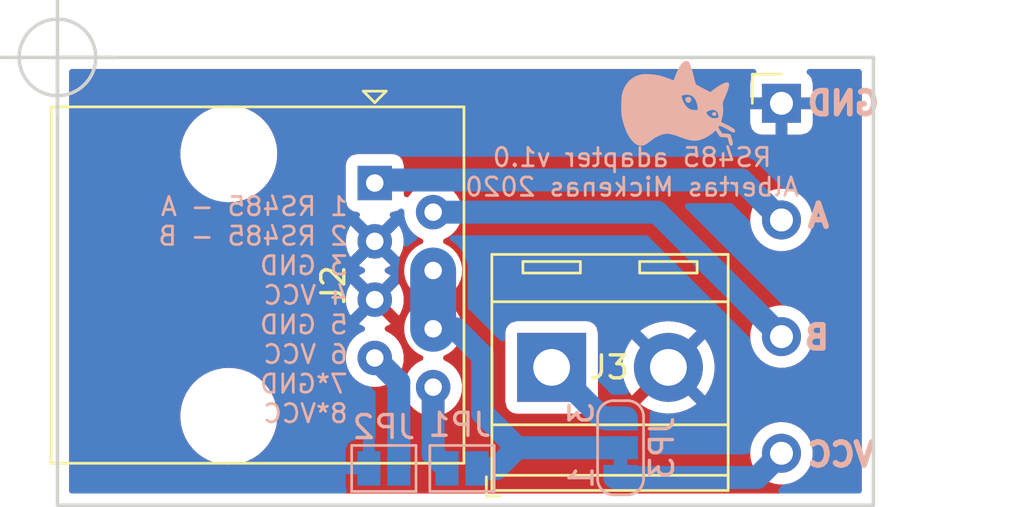
<source format=kicad_pcb>
(kicad_pcb (version 20200104) (host pcbnew "5.99.0-unknown-48ae188~86~ubuntu18.04.1")

  (general
    (thickness 1.6)
    (drawings 11)
    (tracks 21)
    (modules 7)
    (nets 9)
  )

  (page "A4")
  (title_block
    (comment 1 "Albertas Mickenas")
    (comment 2 "albertas@technarium.lt")
  )

  (layers
    (0 "F.Cu" signal)
    (31 "B.Cu" signal)
    (32 "B.Adhes" user)
    (33 "F.Adhes" user)
    (34 "B.Paste" user)
    (35 "F.Paste" user)
    (36 "B.SilkS" user)
    (37 "F.SilkS" user)
    (38 "B.Mask" user)
    (39 "F.Mask" user)
    (40 "Dwgs.User" user)
    (41 "Cmts.User" user)
    (42 "Eco1.User" user)
    (43 "Eco2.User" user)
    (44 "Edge.Cuts" user)
    (45 "Margin" user)
    (46 "B.CrtYd" user)
    (47 "F.CrtYd" user)
    (48 "B.Fab" user hide)
    (49 "F.Fab" user hide)
  )

  (setup
    (last_trace_width 0.2)
    (user_trace_width 0.15)
    (user_trace_width 0.2)
    (user_trace_width 0.3)
    (user_trace_width 0.4)
    (user_trace_width 0.6)
    (user_trace_width 1)
    (user_trace_width 1.5)
    (user_trace_width 2)
    (trace_clearance 0.15)
    (zone_clearance 0.508)
    (zone_45_only no)
    (trace_min 0.127)
    (via_size 0.7)
    (via_drill 0.4)
    (via_min_size 0.6)
    (via_min_drill 0.3)
    (user_via 0.6 0.3)
    (user_via 0.7 0.4)
    (user_via 0.75 0.6)
    (user_via 0.95 0.8)
    (user_via 1.3 1)
    (user_via 1.5 1.2)
    (user_via 1.7 1.4)
    (user_via 1.9 1.6)
    (uvia_size 0.6)
    (uvia_drill 0.3)
    (uvias_allowed no)
    (uvia_min_size 0.381)
    (uvia_min_drill 0.254)
    (max_error 0.005)
    (defaults
      (edge_clearance 0.01)
      (edge_cuts_line_width 0.15)
      (courtyard_line_width 0.05)
      (copper_line_width 0.2)
      (copper_text_dims (size 1.5 1.5) (thickness 0.3) keep_upright)
      (silk_line_width 0.15)
      (silk_text_dims (size 1 1) (thickness 0.15) keep_upright)
      (other_layers_line_width 0.1)
      (other_layers_text_dims (size 1 1) (thickness 0.15) keep_upright)
      (dimension_units 0)
      (dimension_precision 1)
    )
    (pad_size 1.524 1.524)
    (pad_drill 0.762)
    (pad_to_mask_clearance 0.2)
    (aux_axis_origin 50 40)
    (grid_origin 50 40)
    (visible_elements FFFFFF7F)
    (pcbplotparams
      (layerselection 0x010f0_ffffffff)
      (usegerberextensions false)
      (usegerberattributes false)
      (usegerberadvancedattributes false)
      (creategerberjobfile false)
      (excludeedgelayer true)
      (linewidth 0.100000)
      (plotframeref false)
      (viasonmask false)
      (mode 1)
      (useauxorigin false)
      (hpglpennumber 1)
      (hpglpenspeed 20)
      (hpglpendiameter 15.000000)
      (psnegative false)
      (psa4output false)
      (plotreference true)
      (plotvalue false)
      (plotinvisibletext false)
      (padsonsilk false)
      (subtractmaskfromsilk true)
      (outputformat 1)
      (mirror false)
      (drillshape 0)
      (scaleselection 1)
      (outputdirectory "gerbers")
    )
  )

  (net 0 "")
  (net 1 "GND")
  (net 2 "Net-(J1-Pad2)")
  (net 3 "Net-(J1-Pad3)")
  (net 4 "Net-(J2-Pad8)")
  (net 5 "Net-(J2-Pad7)")
  (net 6 "VCC")
  (net 7 "Net-(J1-Pad4)")
  (net 8 "Net-(J3-Pad1)")

  (net_class "Default" "This is the default net class."
    (clearance 0.15)
    (trace_width 0.2)
    (via_dia 0.7)
    (via_drill 0.4)
    (uvia_dia 0.6)
    (uvia_drill 0.3)
    (add_net "GND")
    (add_net "Net-(J1-Pad2)")
    (add_net "Net-(J1-Pad3)")
    (add_net "Net-(J1-Pad4)")
    (add_net "Net-(J2-Pad7)")
    (add_net "Net-(J2-Pad8)")
    (add_net "Net-(J3-Pad1)")
    (add_net "VCC")
  )

  (module "Pin_Headers:Pin_Header_Angled_1x04_Pitch2.54mm" (layer "F.Cu") (tedit 5E30521D) (tstamp 5E3078E4)
    (at 81.5 42)
    (descr "Through hole angled pin header, 1x04, 2.54mm pitch, 6mm pin length, single row")
    (tags "Through hole angled pin header THT 1x04 2.54mm single row")
    (path "/5E30A589")
    (fp_text reference "J1" (at 4.385 -2.27) (layer "F.SilkS") hide
      (effects (font (size 1 1) (thickness 0.15)))
    )
    (fp_text value "Conn_01x04_Male" (at 4.385 17.83) (layer "F.Fab")
      (effects (font (size 1 1) (thickness 0.15)))
    )
    (fp_line (start 2.135 -1.27) (end 4.04 -1.27) (layer "F.Fab") (width 0.1))
    (fp_line (start 4.04 -1.27) (end 4.04 16.83) (layer "F.Fab") (width 0.1))
    (fp_line (start 4.04 16.83) (end 1.5 16.83) (layer "F.Fab") (width 0.1))
    (fp_line (start 1.5 16.83) (end 1.5 -0.635) (layer "F.Fab") (width 0.1))
    (fp_line (start 1.5 -0.635) (end 2.135 -1.27) (layer "F.Fab") (width 0.1))
    (fp_line (start -0.32 -0.32) (end 1.5 -0.32) (layer "F.Fab") (width 0.1))
    (fp_line (start -0.32 -0.32) (end -0.32 0.32) (layer "F.Fab") (width 0.1))
    (fp_line (start -0.32 0.32) (end 1.5 0.32) (layer "F.Fab") (width 0.1))
    (fp_line (start 4.04 -0.32) (end 10.04 -0.32) (layer "F.Fab") (width 0.1))
    (fp_line (start 10.04 -0.32) (end 10.04 0.32) (layer "F.Fab") (width 0.1))
    (fp_line (start 4.04 0.32) (end 10.04 0.32) (layer "F.Fab") (width 0.1))
    (fp_line (start -0.32 4.76) (end 1.5 4.76) (layer "F.Fab") (width 0.1))
    (fp_line (start -0.32 4.76) (end -0.32 5.4) (layer "F.Fab") (width 0.1))
    (fp_line (start -0.32 5.4) (end 1.5 5.4) (layer "F.Fab") (width 0.1))
    (fp_line (start 4.04 4.76) (end 10.04 4.76) (layer "F.Fab") (width 0.1))
    (fp_line (start 10.04 4.76) (end 10.04 5.4) (layer "F.Fab") (width 0.1))
    (fp_line (start 4.04 5.4) (end 10.04 5.4) (layer "F.Fab") (width 0.1))
    (fp_line (start -0.32 9.84) (end 1.5 9.84) (layer "F.Fab") (width 0.1))
    (fp_line (start -0.32 9.84) (end -0.32 10.48) (layer "F.Fab") (width 0.1))
    (fp_line (start -0.32 10.48) (end 1.5 10.48) (layer "F.Fab") (width 0.1))
    (fp_line (start 4.04 9.84) (end 10.04 9.84) (layer "F.Fab") (width 0.1))
    (fp_line (start 10.04 9.84) (end 10.04 10.48) (layer "F.Fab") (width 0.1))
    (fp_line (start 4.04 10.48) (end 10.04 10.48) (layer "F.Fab") (width 0.1))
    (fp_line (start -0.32 15.24) (end 1.5 15.24) (layer "F.Fab") (width 0.1))
    (fp_line (start -0.32 15.24) (end -0.32 15.88) (layer "F.Fab") (width 0.1))
    (fp_line (start -0.32 15.88) (end 1.5 15.88) (layer "F.Fab") (width 0.1))
    (fp_line (start 4.04 15.24) (end 10.04 15.24) (layer "F.Fab") (width 0.1))
    (fp_line (start 10.04 15.24) (end 10.04 15.88) (layer "F.Fab") (width 0.1))
    (fp_line (start 4.04 15.88) (end 10.04 15.88) (layer "F.Fab") (width 0.1))
    (fp_line (start -1.27 0) (end -1.27 -1.27) (layer "F.SilkS") (width 0.12))
    (fp_line (start -1.27 -1.27) (end 0 -1.27) (layer "F.SilkS") (width 0.12))
    (fp_line (start -1.8 -1.8) (end -1.8 17.34) (layer "F.CrtYd") (width 0.05))
    (fp_line (start -1.8 17.34) (end 10.55 17.34) (layer "F.CrtYd") (width 0.05))
    (fp_line (start 10.55 17.34) (end 10.55 -1.8) (layer "F.CrtYd") (width 0.05))
    (fp_line (start 10.55 -1.8) (end -1.8 -1.8) (layer "F.CrtYd") (width 0.05))
    (fp_text user "%R" (at 2.77 6.35 90) (layer "F.Fab")
      (effects (font (size 1 1) (thickness 0.15)))
    )
    (pad "1" thru_hole rect (at 0 0) (size 1.7 1.7) (drill 1) (layers *.Cu *.Mask)
      (net 1 "GND"))
    (pad "2" thru_hole oval (at 0 5.08) (size 1.7 1.7) (drill 1) (layers *.Cu *.Mask)
      (net 2 "Net-(J1-Pad2)"))
    (pad "3" thru_hole oval (at 0 10.16) (size 1.7 1.7) (drill 1) (layers *.Cu *.Mask)
      (net 3 "Net-(J1-Pad3)"))
    (pad "4" thru_hole oval (at 0 15.24) (size 1.7 1.7) (drill 1) (layers *.Cu *.Mask)
      (net 7 "Net-(J1-Pad4)"))
    (model "${KISYS3DMOD}/Pin_Headers.3dshapes/Pin_Header_Angled_1x07.wrl"
      (offset (xyz 0 -7.62 0))
      (scale (xyz 1 1 1))
      (rotate (xyz 0 0 90))
    )
  )

  (module "Jumper:SolderJumper-3_P1.3mm_Bridged12_RoundedPad1.0x1.5mm_NumberLabels" (layer "B.Cu") (tedit 5C745336) (tstamp 5E307AEC)
    (at 74.5 57 90)
    (descr "SMD Solder 3-pad Jumper, 1x1.5mm rounded Pads, 0.3mm gap, pads 1-2 bridged with 1 copper strip, labeled with numbers")
    (tags "solder jumper open")
    (path "/5E312537")
    (attr virtual)
    (fp_text reference "JP3" (at 0 1.8 90) (layer "B.SilkS")
      (effects (font (size 1 1) (thickness 0.15)) (justify mirror))
    )
    (fp_text value "Jumper_3_Bridged12" (at 0 -1.9 90) (layer "B.Fab")
      (effects (font (size 1 1) (thickness 0.15)) (justify mirror))
    )
    (fp_poly (pts (xy -0.9 0.3) (xy -0.4 0.3) (xy -0.4 -0.3) (xy -0.9 -0.3)) (layer "B.Cu") (width 0))
    (fp_arc (start -1.35 0.3) (end -1.35 1) (angle 90) (layer "B.SilkS") (width 0.12))
    (fp_arc (start -1.35 -0.3) (end -2.05 -0.3) (angle 90) (layer "B.SilkS") (width 0.12))
    (fp_arc (start 1.35 -0.3) (end 1.35 -1) (angle 90) (layer "B.SilkS") (width 0.12))
    (fp_arc (start 1.35 0.3) (end 2.05 0.3) (angle 90) (layer "B.SilkS") (width 0.12))
    (fp_line (start 2.3 -1.25) (end -2.3 -1.25) (layer "B.CrtYd") (width 0.05))
    (fp_line (start 2.3 -1.25) (end 2.3 1.25) (layer "B.CrtYd") (width 0.05))
    (fp_line (start -2.3 1.25) (end -2.3 -1.25) (layer "B.CrtYd") (width 0.05))
    (fp_line (start -2.3 1.25) (end 2.3 1.25) (layer "B.CrtYd") (width 0.05))
    (fp_line (start -1.4 1) (end 1.4 1) (layer "B.SilkS") (width 0.12))
    (fp_line (start 2.05 0.3) (end 2.05 -0.3) (layer "B.SilkS") (width 0.12))
    (fp_line (start 1.4 -1) (end -1.4 -1) (layer "B.SilkS") (width 0.12))
    (fp_line (start -2.05 -0.3) (end -2.05 0.3) (layer "B.SilkS") (width 0.12))
    (fp_text user "1" (at -1.3 -1.7 90) (layer "B.SilkS")
      (effects (font (size 1 1) (thickness 0.15)) (justify mirror))
    )
    (fp_text user "3" (at 1.5 -1.7 90) (layer "B.SilkS")
      (effects (font (size 1 1) (thickness 0.15)) (justify mirror))
    )
    (pad "1" smd custom (at -1.3 0 90) (size 1 0.5) (layers "B.Cu" "B.Mask")
      (net 7 "Net-(J1-Pad4)") (zone_connect 2)
      (options (clearance outline) (anchor rect))
      (primitives
        (gr_poly (pts
           (xy 0.55 0.75) (xy 0 0.75) (xy 0 -0.75) (xy 0.55 -0.75)) (width 0))
        (gr_circle (center 0 -0.25) (end 0.5 -0.25) (width 0))
        (gr_circle (center 0 0.25) (end 0.5 0.25) (width 0))
      ))
    (pad "2" smd rect (at 0 0 90) (size 1 1.5) (layers "B.Cu" "B.Mask")
      (net 6 "VCC"))
    (pad "3" smd custom (at 1.3 0 90) (size 1 0.5) (layers "B.Cu" "B.Mask")
      (net 8 "Net-(J3-Pad1)") (zone_connect 2)
      (options (clearance outline) (anchor rect))
      (primitives
        (gr_circle (center 0 -0.25) (end 0.5 -0.25) (width 0))
        (gr_circle (center 0 0.25) (end 0.5 0.25) (width 0))
        (gr_poly (pts
           (xy -0.55 0.75) (xy 0 0.75) (xy 0 -0.75) (xy -0.55 -0.75)) (width 0))
      ))
  )

  (module "Jumper:SolderJumper-2_P1.3mm_Open_Pad1.0x1.5mm" (layer "B.Cu") (tedit 5A3EABFC) (tstamp 5E3079AC)
    (at 64.2 57.9 180)
    (descr "SMD Solder Jumper, 1x1.5mm Pads, 0.3mm gap, open")
    (tags "solder jumper open")
    (path "/5E319375")
    (attr virtual)
    (fp_text reference "JP2" (at 0 1.8) (layer "B.SilkS")
      (effects (font (size 1 1) (thickness 0.15)) (justify mirror))
    )
    (fp_text value "Jumper_2_Open" (at 0 -1.9) (layer "B.Fab")
      (effects (font (size 1 1) (thickness 0.15)) (justify mirror))
    )
    (fp_line (start 1.65 -1.25) (end -1.65 -1.25) (layer "B.CrtYd") (width 0.05))
    (fp_line (start 1.65 -1.25) (end 1.65 1.25) (layer "B.CrtYd") (width 0.05))
    (fp_line (start -1.65 1.25) (end -1.65 -1.25) (layer "B.CrtYd") (width 0.05))
    (fp_line (start -1.65 1.25) (end 1.65 1.25) (layer "B.CrtYd") (width 0.05))
    (fp_line (start -1.4 1) (end 1.4 1) (layer "B.SilkS") (width 0.12))
    (fp_line (start 1.4 1) (end 1.4 -1) (layer "B.SilkS") (width 0.12))
    (fp_line (start 1.4 -1) (end -1.4 -1) (layer "B.SilkS") (width 0.12))
    (fp_line (start -1.4 -1) (end -1.4 1) (layer "B.SilkS") (width 0.12))
    (pad "1" smd rect (at -0.65 0 180) (size 1 1.5) (layers "B.Cu" "B.Mask")
      (net 5 "Net-(J2-Pad7)"))
    (pad "2" smd rect (at 0.65 0 180) (size 1 1.5) (layers "B.Cu" "B.Mask")
      (net 1 "GND"))
  )

  (module "Jumper:SolderJumper-2_P1.3mm_Open_Pad1.0x1.5mm" (layer "B.Cu") (tedit 5A3EABFC) (tstamp 5E307B2C)
    (at 67.6 57.9)
    (descr "SMD Solder Jumper, 1x1.5mm Pads, 0.3mm gap, open")
    (tags "solder jumper open")
    (path "/5E3170CB")
    (attr virtual)
    (fp_text reference "JP1" (at -0.1 -1.9) (layer "B.SilkS")
      (effects (font (size 1 1) (thickness 0.15)) (justify mirror))
    )
    (fp_text value "Jumper_2_Open" (at 0 -1.9) (layer "B.Fab")
      (effects (font (size 1 1) (thickness 0.15)) (justify mirror))
    )
    (fp_line (start 1.65 -1.25) (end -1.65 -1.25) (layer "B.CrtYd") (width 0.05))
    (fp_line (start 1.65 -1.25) (end 1.65 1.25) (layer "B.CrtYd") (width 0.05))
    (fp_line (start -1.65 1.25) (end -1.65 -1.25) (layer "B.CrtYd") (width 0.05))
    (fp_line (start -1.65 1.25) (end 1.65 1.25) (layer "B.CrtYd") (width 0.05))
    (fp_line (start -1.4 1) (end 1.4 1) (layer "B.SilkS") (width 0.12))
    (fp_line (start 1.4 1) (end 1.4 -1) (layer "B.SilkS") (width 0.12))
    (fp_line (start 1.4 -1) (end -1.4 -1) (layer "B.SilkS") (width 0.12))
    (fp_line (start -1.4 -1) (end -1.4 1) (layer "B.SilkS") (width 0.12))
    (pad "1" smd rect (at -0.65 0) (size 1 1.5) (layers "B.Cu" "B.Mask")
      (net 4 "Net-(J2-Pad8)"))
    (pad "2" smd rect (at 0.65 0) (size 1 1.5) (layers "B.Cu" "B.Mask")
      (net 6 "VCC"))
  )

  (module "TerminalBlock_RND:TerminalBlock_RND_205-00287_Pitch5.08mm" (layer "F.Cu") (tedit 59E50D91) (tstamp 5E307A6F)
    (at 71.5 53.5)
    (descr "terminal block RND 205-00287, 2 pins, pitch 5.08mm, size 10.16x10.16mm^2, drill diamater 1.6mm, pad diameter 3mm, see http://cdn-reichelt.de/documents/datenblatt/C151/RND_205-00287_DB_EN.pdf")
    (tags "THT terminal block RND 205-00287 pitch 5.08mm size 10.16x10.16mm^2 drill 1.6mm pad 3mm")
    (path "/5E30CE36")
    (fp_text reference "J3" (at 2.5 0) (layer "F.SilkS")
      (effects (font (size 1 1) (thickness 0.15)))
    )
    (fp_text value "Conn_01x02_Male" (at 2.54 6.36) (layer "F.Fab")
      (effects (font (size 1 1) (thickness 0.15)))
    )
    (fp_circle (center 0 0) (end 1.5 0) (layer "F.Fab") (width 0.1))
    (fp_circle (center 5.08 0) (end 6.58 0) (layer "F.Fab") (width 0.1))
    (fp_line (start -2.54 -4.86) (end 7.62 -4.86) (layer "F.Fab") (width 0.1))
    (fp_line (start 7.62 -4.86) (end 7.62 5.3) (layer "F.Fab") (width 0.1))
    (fp_line (start 7.62 5.3) (end -1.94 5.3) (layer "F.Fab") (width 0.1))
    (fp_line (start -1.94 5.3) (end -2.54 4.7) (layer "F.Fab") (width 0.1))
    (fp_line (start -2.54 4.7) (end -2.54 -4.86) (layer "F.Fab") (width 0.1))
    (fp_line (start -2.54 4.7) (end 7.62 4.7) (layer "F.Fab") (width 0.1))
    (fp_line (start -2.6 4.7) (end 7.68 4.7) (layer "F.SilkS") (width 0.12))
    (fp_line (start -2.54 2.5) (end 7.62 2.5) (layer "F.Fab") (width 0.1))
    (fp_line (start -2.6 2.5) (end 7.68 2.5) (layer "F.SilkS") (width 0.12))
    (fp_line (start -2.54 -2.86) (end 7.62 -2.86) (layer "F.Fab") (width 0.1))
    (fp_line (start -2.6 -2.86) (end 7.68 -2.86) (layer "F.SilkS") (width 0.12))
    (fp_line (start -2.6 -4.92) (end -2.6 5.36) (layer "F.SilkS") (width 0.12))
    (fp_line (start -2.6 5.36) (end 7.68 5.36) (layer "F.SilkS") (width 0.12))
    (fp_line (start 7.68 5.36) (end 7.68 -4.92) (layer "F.SilkS") (width 0.12))
    (fp_line (start 7.68 -4.92) (end -2.6 -4.92) (layer "F.SilkS") (width 0.12))
    (fp_line (start 1.138 -0.955) (end -0.955 1.138) (layer "F.Fab") (width 0.1))
    (fp_line (start 0.955 -1.138) (end -1.138 0.955) (layer "F.Fab") (width 0.1))
    (fp_line (start -1.25 -4.61) (end -1.25 -4.11) (layer "F.Fab") (width 0.1))
    (fp_line (start -1.25 -4.11) (end 1.25 -4.11) (layer "F.Fab") (width 0.1))
    (fp_line (start 1.25 -4.11) (end 1.25 -4.61) (layer "F.Fab") (width 0.1))
    (fp_line (start 1.25 -4.61) (end -1.25 -4.61) (layer "F.Fab") (width 0.1))
    (fp_line (start -1.25 -4.61) (end 1.25 -4.61) (layer "F.SilkS") (width 0.12))
    (fp_line (start -1.25 -4.11) (end 1.25 -4.11) (layer "F.SilkS") (width 0.12))
    (fp_line (start -1.25 -4.61) (end -1.25 -4.11) (layer "F.SilkS") (width 0.12))
    (fp_line (start 1.25 -4.61) (end 1.25 -4.11) (layer "F.SilkS") (width 0.12))
    (fp_line (start 6.218 -0.955) (end 4.126 1.138) (layer "F.Fab") (width 0.1))
    (fp_line (start 6.035 -1.138) (end 3.943 0.955) (layer "F.Fab") (width 0.1))
    (fp_line (start 3.83 -4.61) (end 3.83 -4.11) (layer "F.Fab") (width 0.1))
    (fp_line (start 3.83 -4.11) (end 6.33 -4.11) (layer "F.Fab") (width 0.1))
    (fp_line (start 6.33 -4.11) (end 6.33 -4.61) (layer "F.Fab") (width 0.1))
    (fp_line (start 6.33 -4.61) (end 3.83 -4.61) (layer "F.Fab") (width 0.1))
    (fp_line (start 3.83 -4.61) (end 6.33 -4.61) (layer "F.SilkS") (width 0.12))
    (fp_line (start 3.83 -4.11) (end 6.33 -4.11) (layer "F.SilkS") (width 0.12))
    (fp_line (start 3.83 -4.61) (end 3.83 -4.11) (layer "F.SilkS") (width 0.12))
    (fp_line (start 6.33 -4.61) (end 6.33 -4.11) (layer "F.SilkS") (width 0.12))
    (fp_line (start -2.84 4.76) (end -2.84 5.6) (layer "F.SilkS") (width 0.12))
    (fp_line (start -2.84 5.6) (end -2.24 5.6) (layer "F.SilkS") (width 0.12))
    (fp_line (start -3.05 -5.4) (end -3.05 5.8) (layer "F.CrtYd") (width 0.05))
    (fp_line (start -3.05 5.8) (end 8.15 5.8) (layer "F.CrtYd") (width 0.05))
    (fp_line (start 8.15 5.8) (end 8.15 -5.4) (layer "F.CrtYd") (width 0.05))
    (fp_line (start 8.15 -5.4) (end -3.05 -5.4) (layer "F.CrtYd") (width 0.05))
    (fp_text user "%R" (at 2.54 -5.92) (layer "F.Fab")
      (effects (font (size 1 1) (thickness 0.15)))
    )
    (pad "1" thru_hole rect (at 0 0) (size 3 3) (drill 1.6) (layers *.Cu *.Mask)
      (net 8 "Net-(J3-Pad1)"))
    (pad "2" thru_hole circle (at 5.08 0) (size 3 3) (drill 1.6) (layers *.Cu *.Mask)
      (net 1 "GND"))
    (model "${KISYS3DMOD}/TerminalBlock_RND.3dshapes/TerminalBlock_RND_205-00287_Pitch5.08mm.wrl"
      (at (xyz 0 0 0))
      (scale (xyz 1 1 1))
      (rotate (xyz 0 0 0))
    )
    (model "${KISYS3DMOD}/TerminalBlock_Altech.3dshapes/Altech_AK300_1x02_P5.00mm_45-Degree.step"
      (at (xyz 0 0 0))
      (scale (xyz 1 1 1))
      (rotate (xyz 0 0 0))
    )
  )

  (module "Connector_RJ:RJ45_Amphenol_54602-x08_Horizontal" (layer "F.Cu") (tedit 5B103613) (tstamp 5E3079FF)
    (at 63.805 45.47 -90)
    (descr "8 Pol Shallow Latch Connector, Modjack, RJ45 (https://cdn.amphenol-icc.com/media/wysiwyg/files/drawing/c-bmj-0102.pdf)")
    (tags "RJ45")
    (path "/5E263AF8")
    (fp_text reference "J2" (at 4.445 1.805 90) (layer "F.SilkS")
      (effects (font (size 1 1) (thickness 0.15)))
    )
    (fp_text value "RJ45" (at 4.445 4 90) (layer "F.Fab")
      (effects (font (size 1 1) (thickness 0.15)))
    )
    (fp_line (start 12.6 14.47) (end -3.71 14.47) (layer "F.CrtYd") (width 0.05))
    (fp_line (start 12.6 14.47) (end 12.6 -4.27) (layer "F.CrtYd") (width 0.05))
    (fp_line (start -3.71 -4.27) (end -3.71 14.47) (layer "F.CrtYd") (width 0.05))
    (fp_line (start -3.71 -4.27) (end 12.6 -4.27) (layer "F.CrtYd") (width 0.05))
    (fp_line (start -3.315 -3.88) (end -3.315 14.08) (layer "F.SilkS") (width 0.12))
    (fp_line (start 12.205 -3.88) (end -3.315 -3.88) (layer "F.SilkS") (width 0.12))
    (fp_line (start 12.205 -3.88) (end 12.205 14.08) (layer "F.SilkS") (width 0.12))
    (fp_line (start -3.315 14.08) (end 12.205 14.08) (layer "F.SilkS") (width 0.12))
    (fp_line (start -3.205 -2.77) (end -2.205 -3.77) (layer "F.Fab") (width 0.12))
    (fp_line (start -2.205 -3.77) (end 12.095 -3.77) (layer "F.Fab") (width 0.12))
    (fp_line (start 12.095 -3.77) (end 12.095 13.97) (layer "F.Fab") (width 0.12))
    (fp_line (start 12.095 13.97) (end -3.205 13.97) (layer "F.Fab") (width 0.12))
    (fp_line (start -3.205 13.97) (end -3.205 -2.77) (layer "F.Fab") (width 0.12))
    (fp_line (start -3.5 0) (end -4 -0.5) (layer "F.SilkS") (width 0.12))
    (fp_line (start -4 -0.5) (end -4 0.5) (layer "F.SilkS") (width 0.12))
    (fp_line (start -4 0.5) (end -3.5 0) (layer "F.SilkS") (width 0.12))
    (fp_text user "%R" (at 4.445 2 90) (layer "F.Fab")
      (effects (font (size 1 1) (thickness 0.15)))
    )
    (pad "8" thru_hole circle (at 8.89 -2.54 270) (size 1.5 1.5) (drill 0.76) (layers *.Cu *.Mask)
      (net 4 "Net-(J2-Pad8)"))
    (pad "7" thru_hole circle (at 7.62 0 270) (size 1.5 1.5) (drill 0.76) (layers *.Cu *.Mask)
      (net 5 "Net-(J2-Pad7)"))
    (pad "6" thru_hole circle (at 6.35 -2.54 270) (size 1.5 1.5) (drill 0.76) (layers *.Cu *.Mask)
      (net 6 "VCC"))
    (pad "5" thru_hole circle (at 5.08 0 270) (size 1.5 1.5) (drill 0.76) (layers *.Cu *.Mask)
      (net 1 "GND"))
    (pad "4" thru_hole circle (at 3.81 -2.54 270) (size 1.5 1.5) (drill 0.76) (layers *.Cu *.Mask)
      (net 6 "VCC"))
    (pad "3" thru_hole circle (at 2.54 0 270) (size 1.5 1.5) (drill 0.76) (layers *.Cu *.Mask)
      (net 1 "GND"))
    (pad "2" thru_hole circle (at 1.27 -2.54 270) (size 1.5 1.5) (drill 0.76) (layers *.Cu *.Mask)
      (net 3 "Net-(J1-Pad3)"))
    (pad "1" thru_hole rect (at 0 0 270) (size 1.5 1.5) (drill 0.76) (layers *.Cu *.Mask)
      (net 2 "Net-(J1-Pad2)"))
    (pad "" np_thru_hole circle (at -1.27 6.35 270) (size 3.2 3.2) (drill 3.2) (layers *.Cu *.Mask))
    (pad "" np_thru_hole circle (at 10.16 6.35 270) (size 3.2 3.2) (drill 3.2) (layers *.Cu *.Mask))
    (model "${KISYS3DMOD}/Connect.3dshapes/RJ45_8.wrl"
      (offset (xyz 4.5 -6.5 0))
      (scale (xyz 0.4 0.4 0.4))
      (rotate (xyz 0 0 0))
    )
  )

  (module "miceuz-lib:catnip" (layer "B.Cu") (tedit 0) (tstamp 5E3079D2)
    (at 77 42 180)
    (fp_text reference "G***" (at 0 0) (layer "B.SilkS") hide
      (effects (font (size 1.524 1.524) (thickness 0.3)) (justify mirror))
    )
    (fp_text value "LOGO" (at 0.75 0) (layer "B.SilkS") hide
      (effects (font (size 1.524 1.524) (thickness 0.3)) (justify mirror))
    )
    (fp_poly (pts (xy -0.393481 0.266671) (xy -0.350762 0.241905) (xy -0.321282 0.185611) (xy -0.325352 0.120176)
      (xy -0.359834 0.0635) (xy -0.418312 0.026283) (xy -0.480798 0.030316) (xy -0.524457 0.054117)
      (xy -0.562683 0.10446) (xy -0.569709 0.172246) (xy -0.549589 0.234225) (xy -0.51237 0.264291)
      (xy -0.4545 0.275332) (xy -0.393481 0.266671)) (layer "B.SilkS") (width 0.01))
    (fp_poly (pts (xy -1.516642 -0.405958) (xy -1.486324 -0.445841) (xy -1.489735 -0.493965) (xy -1.494494 -0.502708)
      (xy -1.535966 -0.536114) (xy -1.591219 -0.54545) (xy -1.640575 -0.528658) (xy -1.650633 -0.519026)
      (xy -1.667729 -0.471371) (xy -1.653146 -0.423947) (xy -1.615118 -0.391092) (xy -1.573581 -0.384902)
      (xy -1.516642 -0.405958)) (layer "B.SilkS") (width 0.01))
    (fp_poly (pts (xy -0.301713 1.830035) (xy -0.231152 1.794281) (xy -0.162507 1.731502) (xy -0.093944 1.639042)
      (xy -0.023632 1.514244) (xy 0.05026 1.354452) (xy 0.129564 1.157009) (xy 0.169067 1.05089)
      (xy 0.192647 1.01027) (xy 0.217252 1.002021) (xy 0.363075 1.061675) (xy 0.527715 1.122042)
      (xy 0.688983 1.175206) (xy 0.767305 1.198258) (xy 0.900665 1.227795) (xy 1.055174 1.249941)
      (xy 1.218395 1.263953) (xy 1.37789 1.269088) (xy 1.521224 1.264604) (xy 1.634551 1.250051)
      (xy 1.818949 1.190746) (xy 1.988931 1.094754) (xy 2.138367 0.966905) (xy 2.261127 0.812027)
      (xy 2.317496 0.712113) (xy 2.366467 0.606506) (xy 2.403549 0.510673) (xy 2.430305 0.415853)
      (xy 2.448298 0.313285) (xy 2.459091 0.194209) (xy 2.464249 0.049863) (xy 2.465356 -0.116416)
      (xy 2.464644 -0.262982) (xy 2.462396 -0.376681) (xy 2.457753 -0.466976) (xy 2.449856 -0.543327)
      (xy 2.437845 -0.615196) (xy 2.420861 -0.692046) (xy 2.408523 -0.742111) (xy 2.33174 -1.007298)
      (xy 2.243822 -1.234928) (xy 2.143016 -1.428721) (xy 2.027569 -1.5924) (xy 1.984879 -1.641624)
      (xy 1.882881 -1.740101) (xy 1.786414 -1.803104) (xy 1.687031 -1.835119) (xy 1.608458 -1.8415)
      (xy 1.54358 -1.838089) (xy 1.484843 -1.825131) (xy 1.42404 -1.79854) (xy 1.352967 -1.754228)
      (xy 1.263419 -1.688109) (xy 1.199029 -1.637558) (xy 1.01235 -1.505612) (xy 0.828135 -1.407581)
      (xy 0.651421 -1.345988) (xy 0.592315 -1.333513) (xy 0.500298 -1.3234) (xy 0.404743 -1.325978)
      (xy 0.298624 -1.342683) (xy 0.174916 -1.374951) (xy 0.026595 -1.42422) (xy -0.121164 -1.479411)
      (xy -0.321688 -1.550944) (xy -0.495098 -1.598366) (xy -0.648843 -1.622007) (xy -0.790373 -1.622198)
      (xy -0.927139 -1.599269) (xy -1.066591 -1.553551) (xy -1.134965 -1.524383) (xy -1.230791 -1.47537)
      (xy -1.334808 -1.413215) (xy -1.435185 -1.345831) (xy -1.520091 -1.281127) (xy -1.574906 -1.230177)
      (xy -1.609087 -1.197564) (xy -1.630628 -1.185333) (xy -1.648689 -1.201819) (xy -1.682561 -1.245467)
      (xy -1.725584 -1.307565) (xy -1.734812 -1.321604) (xy -1.823596 -1.457875) (xy -1.991217 -1.472496)
      (xy -2.158837 -1.487118) (xy -2.18151 -1.574351) (xy -2.20178 -1.652428) (xy -2.221757 -1.729512)
      (xy -2.224155 -1.738781) (xy -2.253215 -1.804218) (xy -2.294031 -1.837528) (xy -2.339403 -1.835215)
      (xy -2.370539 -1.809904) (xy -2.38109 -1.786876) (xy -2.381988 -1.748863) (xy -2.372404 -1.687875)
      (xy -2.351509 -1.595927) (xy -2.346041 -1.573687) (xy -2.321111 -1.483578) (xy -2.295958 -1.41039)
      (xy -2.274081 -1.363596) (xy -2.264202 -1.352242) (xy -2.228789 -1.342388) (xy -2.164316 -1.332032)
      (xy -2.083976 -1.323245) (xy -2.074334 -1.322431) (xy -1.915584 -1.309444) (xy -1.826962 -1.175523)
      (xy -1.78207 -1.105019) (xy -1.758999 -1.059297) (xy -1.754438 -1.029068) (xy -1.765081 -1.005044)
      (xy -1.765857 -1.00397) (xy -1.783341 -0.984527) (xy -1.805333 -0.978393) (xy -1.842883 -0.986269)
      (xy -1.907039 -1.008858) (xy -1.92021 -1.013771) (xy -1.999251 -1.048484) (xy -2.095079 -1.097985)
      (xy -2.189741 -1.152868) (xy -2.209989 -1.165602) (xy -2.315253 -1.228233) (xy -2.392087 -1.262256)
      (xy -2.442902 -1.268059) (xy -2.47011 -1.24603) (xy -2.4765 -1.208558) (xy -2.470426 -1.170279)
      (xy -2.446951 -1.135862) (xy -2.398193 -1.09596) (xy -2.358846 -1.069021) (xy -2.283699 -1.02329)
      (xy -2.187135 -0.97023) (xy -2.086598 -0.919306) (xy -2.057221 -0.905372) (xy -1.977839 -0.868329)
      (xy -1.914683 -0.83862) (xy -1.876329 -0.820291) (xy -1.868814 -0.816458) (xy -1.872251 -0.796252)
      (xy -1.885613 -0.74691) (xy -1.903587 -0.687008) (xy -1.923613 -0.600746) (xy -1.761224 -0.600746)
      (xy -1.744202 -0.625128) (xy -1.703917 -0.637547) (xy -1.596824 -0.652209) (xy -1.505408 -0.643212)
      (xy -1.437605 -0.621255) (xy -1.382648 -0.588847) (xy -1.323846 -0.538639) (xy -1.271653 -0.48168)
      (xy -1.236526 -0.429018) (xy -1.227667 -0.399421) (xy -1.246037 -0.37714) (xy -1.293189 -0.348793)
      (xy -1.357187 -0.319895) (xy -1.426092 -0.295958) (xy -1.477715 -0.283926) (xy -1.57402 -0.287257)
      (xy -1.654847 -0.327401) (xy -1.715947 -0.400355) (xy -1.753068 -0.502116) (xy -1.760261 -0.550093)
      (xy -1.761224 -0.600746) (xy -1.923613 -0.600746) (xy -1.937656 -0.540257) (xy -1.95678 -0.37701)
      (xy -1.958764 -0.252681) (xy -0.857681 -0.252681) (xy -0.854935 -0.278912) (xy -0.825438 -0.292064)
      (xy -0.767225 -0.296625) (xy -0.692851 -0.293428) (xy -0.614872 -0.283305) (xy -0.545843 -0.267087)
      (xy -0.517765 -0.256572) (xy -0.414302 -0.188263) (xy -0.320233 -0.084793) (xy -0.240205 0.046932)
      (xy -0.178862 0.200008) (xy -0.157444 0.278936) (xy -0.153196 0.31666) (xy -0.169794 0.338497)
      (xy -0.216965 0.355757) (xy -0.22563 0.358193) (xy -0.373739 0.381851) (xy -0.505332 0.367161)
      (xy -0.618733 0.315424) (xy -0.712268 0.227937) (xy -0.784262 0.106) (xy -0.833041 -0.049088)
      (xy -0.846101 -0.123083) (xy -0.854601 -0.196335) (xy -0.857681 -0.252681) (xy -1.958764 -0.252681)
      (xy -1.95933 -0.217222) (xy -1.950127 -0.116416) (xy -1.942679 -0.060892) (xy -1.941286 -0.015488)
      (xy -1.948248 0.029995) (xy -1.965863 0.08576) (xy -1.996433 0.162006) (xy -2.031249 0.243417)
      (xy -2.109017 0.430466) (xy -2.165852 0.583153) (xy -2.202181 0.703667) (xy -2.218428 0.794197)
      (xy -2.215016 0.856934) (xy -2.192372 0.894066) (xy -2.159931 0.906919) (xy -2.079101 0.900526)
      (xy -1.972498 0.862974) (xy -1.84194 0.795212) (xy -1.689247 0.698185) (xy -1.516238 0.572842)
      (xy -1.512239 0.569789) (xy -1.405227 0.488032) (xy -1.100142 0.646588) (xy -0.996085 0.701164)
      (xy -0.905066 0.74984) (xy -0.833835 0.788931) (xy -0.789145 0.814753) (xy -0.777544 0.822657)
      (xy -0.766361 0.848949) (xy -0.748453 0.908114) (xy -0.72619 0.99168) (xy -0.701938 1.091176)
      (xy -0.699255 1.102711) (xy -0.652649 1.292481) (xy -0.606079 1.460229) (xy -0.561168 1.60082)
      (xy -0.519538 1.709118) (xy -0.487478 1.772709) (xy -0.448904 1.821168) (xy -0.403833 1.839823)
      (xy -0.37602 1.841421) (xy -0.301713 1.830035)) (layer "B.SilkS") (width 0.01))
  )

  (gr_text "RS485 adapter v1.0\nAlbertas Mickenas 2020" (at 75 45) (layer "B.SilkS")
    (effects (font (size 0.8 0.8) (thickness 0.12)) (justify mirror))
  )
  (gr_text "1 RS485 - A\n2 RS485 - B\n3 GND\n4 VCC\n5 GND\n6 VCC\n7*GND\n8*VCC" (at 62.7 51) (layer "B.SilkS") (tstamp 5E307B1A)
    (effects (font (size 0.8 0.8) (thickness 0.12)) (justify left mirror))
  )
  (gr_text "VCC" (at 82.5 57.3) (layer "B.SilkS") (tstamp 5E307986)
    (effects (font (size 1 1) (thickness 0.25)) (justify right mirror))
  )
  (gr_text "A" (at 83.7 46.9) (layer "B.SilkS") (tstamp 5E30798C)
    (effects (font (size 1 1) (thickness 0.25)) (justify left mirror))
  )
  (gr_text "B" (at 83.7 52.2) (layer "B.SilkS") (tstamp 5E307981)
    (effects (font (size 1 1) (thickness 0.25)) (justify left mirror))
  )
  (gr_text "GND" (at 82.5 42) (layer "B.SilkS") (tstamp 5E307B47)
    (effects (font (size 1 1) (thickness 0.25)) (justify right mirror))
  )
  (gr_line (start 50 59.5) (end 50 40) (layer "Edge.Cuts") (width 0.15))
  (gr_line (start 85.5 59.5) (end 50 59.5) (layer "Edge.Cuts") (width 0.15))
  (gr_line (start 85.5 40) (end 85.5 59.5) (layer "Edge.Cuts") (width 0.15))
  (gr_line (start 50 40) (end 85.5 40) (layer "Edge.Cuts") (width 0.15))
  (target plus (at 50 40) (size 5) (width 0.15) (layer "Edge.Cuts"))

  (segment (start 66.345 49.28) (end 66.345 51.82) (width 2) (layer "B.Cu") (net 6) (tstamp 5E3079DF))
  (segment (start 73.7 55.7) (end 71.5 53.5) (width 1) (layer "B.Cu") (net 8) (tstamp 5E307B4D))
  (segment (start 74.5 55.7) (end 73.7 55.7) (width 1) (layer "B.Cu") (net 8) (tstamp 5E307B1D))
  (segment (start 74.5 57) (end 70 57) (width 1) (layer "B.Cu") (net 6) (tstamp 5E30798F))
  (segment (start 70 57) (end 68.5 55.5) (width 1) (layer "B.Cu") (net 6) (tstamp 5E307AD5))
  (segment (start 68.5 55.5) (end 68.5 53) (width 1) (layer "B.Cu") (net 6) (tstamp 5E307891))
  (segment (start 67.32 51.82) (end 66.345 51.82) (width 1) (layer "B.Cu") (net 6) (tstamp 5E307894))
  (segment (start 68.5 53) (end 67.32 51.82) (width 1) (layer "B.Cu") (net 6) (tstamp 5E3079C7))
  (segment (start 76.08 46.74) (end 66.345 46.74) (width 1) (layer "B.Cu") (net 3) (tstamp 5E307995))
  (segment (start 81.5 52.16) (end 76.08 46.74) (width 1) (layer "B.Cu") (net 3) (tstamp 5E307AD2))
  (segment (start 63.935001 45.339999) (end 63.805 45.47) (width 1) (layer "B.Cu") (net 2) (tstamp 5E307B56))
  (segment (start 79.759999 45.339999) (end 63.935001 45.339999) (width 1) (layer "B.Cu") (net 2) (tstamp 5E307B4A))
  (segment (start 81.5 47.08) (end 79.759999 45.339999) (width 1) (layer "B.Cu") (net 2) (tstamp 5E307989))
  (segment (start 80.44 58.3) (end 81.5 57.24) (width 1) (layer "B.Cu") (net 7) (tstamp 5E307A3C))
  (segment (start 74.5 58.3) (end 80.44 58.3) (width 1) (layer "B.Cu") (net 7) (tstamp 5E307B50))
  (segment (start 64.85 54.135) (end 64.85 57.9) (width 1) (layer "B.Cu") (net 5))
  (segment (start 63.805 53.09) (end 64.85 54.135) (width 1) (layer "B.Cu") (net 5))
  (segment (start 66.345 57.295) (end 66.95 57.9) (width 1) (layer "B.Cu") (net 4))
  (segment (start 66.345 54.36) (end 66.345 57.295) (width 1) (layer "B.Cu") (net 4))
  (segment (start 69.1 57.9) (end 70 57) (width 1) (layer "B.Cu") (net 6))
  (segment (start 68.25 57.9) (end 69.1 57.9) (width 1) (layer "B.Cu") (net 6))

  (zone (net 1) (net_name "GND") (layer "F.Cu") (tstamp 5E307983) (hatch edge 0.508)
    (connect_pads (clearance 0.508))
    (min_thickness 0.254)
    (fill yes (thermal_gap 0.508) (thermal_bridge_width 0.508))
    (polygon
      (pts
        (xy 85.5 59.5) (xy 50 59.5) (xy 50 40) (xy 85.5 40)
      )
    )
    (filled_polygon
      (pts
        (xy 80.16541 40.72899) (xy 80.151239 40.745879) (xy 80.050641 40.92012) (xy 80.0431 40.940837) (xy 80.009122 41.133538)
        (xy 80.008163 41.144499) (xy 80.008163 41.798191) (xy 80.081972 41.872) (xy 82.918028 41.872) (xy 82.991837 41.798191)
        (xy 82.991837 41.141742) (xy 82.989681 41.125366) (xy 82.914863 40.846142) (xy 82.90212 40.821662) (xy 82.77101 40.66541)
        (xy 82.754121 40.651239) (xy 82.724262 40.634) (xy 84.866 40.634) (xy 84.866001 58.866) (xy 50.634 58.866)
        (xy 50.634 55.754598) (xy 55.219541 55.754598) (xy 55.220035 55.763164) (xy 55.257133 56.056832) (xy 55.258785 56.065252)
        (xy 55.335397 56.351168) (xy 55.338176 56.359285) (xy 55.452881 56.632159) (xy 55.456736 56.639824) (xy 55.607413 56.894606)
        (xy 55.612273 56.901677) (xy 55.796134 57.133652) (xy 55.801909 57.139998) (xy 56.015551 57.344873) (xy 56.022133 57.350377)
        (xy 56.261605 57.524363) (xy 56.268873 57.528922) (xy 56.52974 57.668798) (xy 56.53756 57.672329) (xy 56.814998 57.775507)
        (xy 56.823224 57.777944) (xy 57.112098 57.842514) (xy 57.120579 57.843812) (xy 57.415543 57.868581) (xy 57.424122 57.868716)
        (xy 57.719718 57.853225) (xy 57.728236 57.852194) (xy 58.018996 57.796728) (xy 58.027295 57.794551) (xy 58.307836 57.700138)
        (xy 58.315762 57.696855) (xy 58.580895 57.565242) (xy 58.588303 57.560914) (xy 58.833121 57.394536) (xy 58.839873 57.389242)
        (xy 59.015571 57.231043) (xy 80.011109 57.231043) (xy 80.029188 57.471497) (xy 80.030885 57.482034) (xy 80.089221 57.716005)
        (xy 80.092669 57.726104) (xy 80.189591 57.9469) (xy 80.194692 57.956275) (xy 80.32743 58.157584) (xy 80.334038 58.165965)
        (xy 80.498798 58.342032) (xy 80.506722 58.34918) (xy 80.698792 58.494968) (xy 80.707808 58.500679) (xy 80.921696 58.612021)
        (xy 80.931545 58.616131) (xy 81.161134 58.689844) (xy 81.171535 58.692236) (xy 81.410262 58.726212) (xy 81.420917 58.726817)
        (xy 81.661956 58.720084) (xy 81.672561 58.718885) (xy 81.909019 58.671636) (xy 81.91927 58.668667) (xy 82.144387 58.582253)
        (xy 82.153991 58.5776) (xy 82.36133 58.454491) (xy 82.370012 58.448286) (xy 82.553645 58.292004) (xy 82.561158 58.284424)
        (xy 82.715833 58.099435) (xy 82.721962 58.090698) (xy 82.843256 57.882294) (xy 82.847825 57.87265) (xy 82.932272 57.646787)
        (xy 82.935151 57.636511) (xy 82.980392 57.399351) (xy 82.981507 57.388128) (xy 82.984077 57.120341) (xy 82.983178 57.109099)
        (xy 82.942499 56.871114) (xy 82.939817 56.860784) (xy 82.859723 56.633343) (xy 82.855339 56.623612) (xy 82.738067 56.412916)
        (xy 82.732107 56.404064) (xy 82.581013 56.21614) (xy 82.573647 56.208417) (xy 82.393049 56.048638) (xy 82.384486 56.042267)
        (xy 82.179549 55.915202) (xy 82.170036 55.910365) (xy 81.946619 55.819645) (xy 81.936427 55.81648) (xy 81.700919 55.7647)
        (xy 81.69034 55.763298) (xy 81.449475 55.751939) (xy 81.438809 55.752339) (xy 81.199474 55.781727) (xy 81.18903 55.783918)
        (xy 80.958068 55.85321) (xy 80.948142 55.85713) (xy 80.732155 55.964346) (xy 80.723032 55.969882) (xy 80.528199 56.111957)
        (xy 80.520138 56.118952) (xy 80.352029 56.291822) (xy 80.345263 56.300074) (xy 80.208683 56.498798) (xy 80.203403 56.508073)
        (xy 80.10226 56.726968) (xy 80.098618 56.737) (xy 80.035802 56.969807) (xy 80.033903 56.980309) (xy 80.011211 57.220372)
        (xy 80.011109 57.231043) (xy 59.015571 57.231043) (xy 59.059846 57.191178) (xy 59.065816 57.185016) (xy 59.256873 56.95893)
        (xy 59.261953 56.952015) (xy 59.420559 56.702093) (xy 59.424653 56.694553) (xy 59.547873 56.425417) (xy 59.550905 56.417391)
        (xy 59.636459 56.134022) (xy 59.638375 56.125659) (xy 59.684731 55.832974) (xy 59.685505 55.823766) (xy 59.689073 55.482988)
        (xy 59.688493 55.473766) (xy 59.648276 55.180176) (xy 59.646536 55.171774) (xy 59.566936 54.886675) (xy 59.564072 54.878588)
        (xy 59.446515 54.60693) (xy 59.44258 54.599306) (xy 59.289243 54.346116) (xy 59.284309 54.339096) (xy 59.098029 54.10906)
        (xy 59.092188 54.102775) (xy 58.876412 53.900147) (xy 58.869772 53.894713) (xy 58.628493 53.723244) (xy 58.621177 53.718761)
        (xy 58.358859 53.581625) (xy 58.351003 53.578176) (xy 58.0725 53.477909) (xy 58.064248 53.475558) (xy 57.774715 53.414016)
        (xy 57.76622 53.412807) (xy 57.471013 53.391128) (xy 57.462433 53.391083) (xy 57.167015 53.409669) (xy 57.158508 53.410789)
        (xy 56.868346 53.469297) (xy 56.86007 53.471561) (xy 56.580533 53.568905) (xy 56.572641 53.572272) (xy 56.308901 53.706654)
        (xy 56.301539 53.71106) (xy 56.058476 53.879992) (xy 56.051781 53.885357) (xy 55.833894 54.085713) (xy 55.827988 54.091937)
        (xy 55.639309 54.320011) (xy 55.634302 54.326979) (xy 55.478323 54.578549) (xy 55.474308 54.586131) (xy 55.353912 54.856543)
        (xy 55.350964 54.864601) (xy 55.268382 55.14885) (xy 55.266554 55.157233) (xy 55.223313 55.450059) (xy 55.22264 55.458613)
        (xy 55.219541 55.754598) (xy 50.634 55.754598) (xy 50.634 53.059247) (xy 62.416245 53.059247) (xy 62.43105 53.294567)
        (xy 62.432748 53.305661) (xy 62.488991 53.53464) (xy 62.492626 53.545257) (xy 62.588528 53.760657) (xy 62.593986 53.770463)
        (xy 62.726517 53.965477) (xy 62.733625 53.974161) (xy 62.898595 54.142624) (xy 62.907129 54.149912) (xy 63.099324 54.286498)
        (xy 63.109013 54.29216) (xy 63.322358 54.392552) (xy 63.332897 54.396409) (xy 63.560648 54.457435) (xy 63.571704 54.459365)
        (xy 63.806661 54.479095) (xy 63.817884 54.479036) (xy 64.052623 54.456847) (xy 64.063659 54.454801) (xy 64.290757 54.391393)
        (xy 64.301255 54.387426) (xy 64.513537 54.284806) (xy 64.523167 54.279042) (xy 64.713921 54.140452) (xy 64.722378 54.133074)
        (xy 64.885575 53.962894) (xy 64.892592 53.954135) (xy 65.023073 53.757746) (xy 65.028429 53.747882) (xy 65.12207 53.53149)
        (xy 65.125594 53.520834) (xy 65.179624 53.290474) (xy 65.181271 53.277704) (xy 65.189209 52.974582) (xy 65.188233 52.961742)
        (xy 65.146332 52.72887) (xy 65.143371 52.718045) (xy 65.061183 52.497048) (xy 65.056351 52.486919) (xy 64.936327 52.283969)
        (xy 64.929778 52.274855) (xy 64.775711 52.096367) (xy 64.767651 52.088557) (xy 64.584412 51.940173) (xy 64.575097 51.933914)
        (xy 64.368478 51.820323) (xy 64.36263 51.817756) (xy 64.513537 51.744806) (xy 64.523167 51.739043) (xy 64.618691 51.669641)
        (xy 64.627806 51.553825) (xy 63.857191 50.78321) (xy 63.752809 50.78321) (xy 62.982297 51.553722) (xy 62.992085 51.670286)
        (xy 63.099323 51.746497) (xy 63.109013 51.75216) (xy 63.253515 51.820157) (xy 63.172883 51.853063) (xy 63.162911 51.85821)
        (xy 62.963831 51.984549) (xy 62.954927 51.991382) (xy 62.781367 52.150979) (xy 62.773814 52.15928) (xy 62.631259 52.347089)
        (xy 62.625295 52.356596) (xy 62.518251 52.566682) (xy 62.514065 52.577095) (xy 62.445915 52.802817) (xy 62.443639 52.813807)
        (xy 62.416539 53.048028) (xy 62.416245 53.059247) (xy 50.634 53.059247) (xy 50.634 50.519247) (xy 62.416245 50.519247)
        (xy 62.43105 50.754567) (xy 62.432748 50.765661) (xy 62.488991 50.99464) (xy 62.492626 51.005257) (xy 62.588528 51.220657)
        (xy 62.593986 51.230464) (xy 62.683131 51.361635) (xy 62.801186 51.372794) (xy 63.57179 50.602191) (xy 63.57179 50.497809)
        (xy 64.03821 50.497809) (xy 64.03821 50.602191) (xy 64.809009 51.37299) (xy 64.927808 51.361132) (xy 65.023073 51.217745)
        (xy 65.028429 51.207882) (xy 65.12207 50.99149) (xy 65.125594 50.980834) (xy 65.179624 50.750474) (xy 65.181271 50.737704)
        (xy 65.189209 50.434582) (xy 65.188233 50.421742) (xy 65.146332 50.18887) (xy 65.143371 50.178045) (xy 65.061183 49.957049)
        (xy 65.056351 49.946919) (xy 64.933977 49.739995) (xy 64.811497 49.724522) (xy 64.03821 50.497809) (xy 63.57179 50.497809)
        (xy 62.800677 49.726696) (xy 62.686365 49.734489) (xy 62.631259 49.807089) (xy 62.625295 49.816596) (xy 62.518251 50.026682)
        (xy 62.514065 50.037095) (xy 62.445915 50.262817) (xy 62.443639 50.273807) (xy 62.416539 50.508028) (xy 62.416245 50.519247)
        (xy 50.634 50.519247) (xy 50.634 49.545301) (xy 62.981321 49.545301) (xy 63.752809 50.31679) (xy 63.857191 50.31679)
        (xy 64.633211 49.54077) (xy 64.615469 49.416109) (xy 64.368478 49.280323) (xy 64.36263 49.277756) (xy 64.513537 49.204806)
        (xy 64.523167 49.199043) (xy 64.618691 49.129641) (xy 64.627806 49.013825) (xy 63.857191 48.24321) (xy 63.752809 48.24321)
        (xy 62.982297 49.013722) (xy 62.992085 49.130286) (xy 63.099323 49.206497) (xy 63.109013 49.21216) (xy 63.253515 49.280157)
        (xy 63.172883 49.313063) (xy 63.162911 49.31821) (xy 62.994599 49.425023) (xy 62.981321 49.545301) (xy 50.634 49.545301)
        (xy 50.634 47.979247) (xy 62.416245 47.979247) (xy 62.43105 48.214567) (xy 62.432748 48.225661) (xy 62.488991 48.45464)
        (xy 62.492626 48.465257) (xy 62.588528 48.680657) (xy 62.593986 48.690464) (xy 62.683131 48.821635) (xy 62.801186 48.832794)
        (xy 63.57179 48.062191) (xy 63.57179 47.957809) (xy 64.03821 47.957809) (xy 64.03821 48.062191) (xy 64.809009 48.83299)
        (xy 64.927808 48.821132) (xy 65.023073 48.677745) (xy 65.028429 48.667882) (xy 65.12207 48.45149) (xy 65.125594 48.440834)
        (xy 65.179624 48.210474) (xy 65.181271 48.197704) (xy 65.189209 47.894582) (xy 65.188233 47.881742) (xy 65.146332 47.64887)
        (xy 65.143371 47.638045) (xy 65.061183 47.417049) (xy 65.056351 47.406919) (xy 64.933977 47.199995) (xy 64.811497 47.184522)
        (xy 64.03821 47.957809) (xy 63.57179 47.957809) (xy 62.800677 47.186696) (xy 62.686365 47.194489) (xy 62.631259 47.267089)
        (xy 62.625295 47.276596) (xy 62.518251 47.486682) (xy 62.514065 47.497095) (xy 62.445915 47.722817) (xy 62.443639 47.733807)
        (xy 62.416539 47.968028) (xy 62.416245 47.979247) (xy 50.634 47.979247) (xy 50.634 44.324598) (xy 55.219541 44.324598)
        (xy 55.220035 44.333164) (xy 55.257133 44.626832) (xy 55.258785 44.635252) (xy 55.335397 44.921168) (xy 55.338176 44.929285)
        (xy 55.452881 45.202159) (xy 55.456736 45.209824) (xy 55.607413 45.464606) (xy 55.612273 45.471677) (xy 55.796134 45.703652)
        (xy 55.801909 45.709998) (xy 56.015551 45.914873) (xy 56.022133 45.920377) (xy 56.261605 46.094363) (xy 56.268873 46.098922)
        (xy 56.52974 46.238798) (xy 56.53756 46.242329) (xy 56.814998 46.345507) (xy 56.823224 46.347944) (xy 57.112098 46.412514)
        (xy 57.120579 46.413812) (xy 57.415543 46.438581) (xy 57.424122 46.438716) (xy 57.719718 46.423225) (xy 57.728236 46.422194)
        (xy 58.018996 46.366728) (xy 58.027295 46.364551) (xy 58.307836 46.270138) (xy 58.315762 46.266855) (xy 58.580895 46.135242)
        (xy 58.588303 46.130914) (xy 58.833121 45.964536) (xy 58.839873 45.959242) (xy 59.059846 45.761178) (xy 59.065816 45.755016)
        (xy 59.256873 45.52893) (xy 59.261953 45.522015) (xy 59.420559 45.272093) (xy 59.424653 45.264553) (xy 59.547873 44.995417)
        (xy 59.550905 44.987391) (xy 59.633295 44.714499) (xy 62.413163 44.714499) (xy 62.413163 46.228258) (xy 62.415319 46.244634)
        (xy 62.490137 46.523859) (xy 62.50288 46.548339) (xy 62.63399 46.70459) (xy 62.650879 46.718761) (xy 62.82512 46.819359)
        (xy 62.845837 46.8269) (xy 63.033927 46.860065) (xy 62.994599 46.885023) (xy 62.981321 47.005301) (xy 63.752809 47.77679)
        (xy 63.857191 47.77679) (xy 64.633211 47.00077) (xy 64.615469 46.876109) (xy 64.583636 46.858609) (xy 64.858859 46.784863)
        (xy 64.883339 46.77212) (xy 64.956346 46.71086) (xy 64.97105 46.944567) (xy 64.972748 46.955661) (xy 65.028991 47.18464)
        (xy 65.032626 47.195257) (xy 65.128528 47.410657) (xy 65.133986 47.420463) (xy 65.266517 47.615477) (xy 65.273625 47.624161)
        (xy 65.438595 47.792624) (xy 65.447129 47.799912) (xy 65.639324 47.936498) (xy 65.649013 47.94216) (xy 65.793515 48.010157)
        (xy 65.712883 48.043063) (xy 65.702911 48.04821) (xy 65.503831 48.174549) (xy 65.494927 48.181382) (xy 65.321367 48.340979)
        (xy 65.313814 48.34928) (xy 65.171259 48.537089) (xy 65.165295 48.546596) (xy 65.058251 48.756682) (xy 65.054065 48.767095)
        (xy 64.985915 48.992817) (xy 64.983639 49.003807) (xy 64.956539 49.238028) (xy 64.956245 49.249247) (xy 64.97105 49.484567)
        (xy 64.972748 49.495661) (xy 65.028991 49.72464) (xy 65.032626 49.735257) (xy 65.128528 49.950657) (xy 65.133986 49.960463)
        (xy 65.266517 50.155477) (xy 65.273625 50.164161) (xy 65.438595 50.332624) (xy 65.447129 50.339912) (xy 65.639324 50.476498)
        (xy 65.649013 50.48216) (xy 65.793515 50.550157) (xy 65.712883 50.583063) (xy 65.702911 50.58821) (xy 65.503831 50.714549)
        (xy 65.494927 50.721382) (xy 65.321367 50.880979) (xy 65.313814 50.88928) (xy 65.171259 51.077089) (xy 65.165295 51.086596)
        (xy 65.058251 51.296682) (xy 65.054065 51.307095) (xy 64.985915 51.532817) (xy 64.983639 51.543807) (xy 64.956539 51.778028)
        (xy 64.956245 51.789247) (xy 64.97105 52.024567) (xy 64.972748 52.035661) (xy 65.028991 52.26464) (xy 65.032626 52.275257)
        (xy 65.128528 52.490657) (xy 65.133986 52.500463) (xy 65.266517 52.695477) (xy 65.273625 52.704161) (xy 65.438595 52.872624)
        (xy 65.447129 52.879912) (xy 65.639324 53.016498) (xy 65.649013 53.02216) (xy 65.793515 53.090157) (xy 65.712883 53.123063)
        (xy 65.702911 53.12821) (xy 65.503831 53.254549) (xy 65.494927 53.261382) (xy 65.321367 53.420979) (xy 65.313814 53.42928)
        (xy 65.171259 53.617089) (xy 65.165295 53.626596) (xy 65.058251 53.836682) (xy 65.054065 53.847095) (xy 64.985915 54.072817)
        (xy 64.983639 54.083807) (xy 64.956539 54.318028) (xy 64.956245 54.329247) (xy 64.97105 54.564567) (xy 64.972748 54.575661)
        (xy 65.028991 54.80464) (xy 65.032626 54.815257) (xy 65.128528 55.030657) (xy 65.133986 55.040463) (xy 65.266517 55.235477)
        (xy 65.273625 55.244161) (xy 65.438595 55.412624) (xy 65.447129 55.419912) (xy 65.639324 55.556498) (xy 65.649013 55.56216)
        (xy 65.862358 55.662552) (xy 65.872897 55.666409) (xy 66.100648 55.727435) (xy 66.111704 55.729365) (xy 66.346661 55.749095)
        (xy 66.357884 55.749036) (xy 66.592623 55.726847) (xy 66.603659 55.724801) (xy 66.830757 55.661393) (xy 66.841255 55.657426)
        (xy 67.053537 55.554806) (xy 67.063167 55.549042) (xy 67.253921 55.410452) (xy 67.262378 55.403074) (xy 67.425575 55.232894)
        (xy 67.432592 55.224135) (xy 67.563073 55.027746) (xy 67.568429 55.017882) (xy 67.66207 54.80149) (xy 67.665594 54.790834)
        (xy 67.719624 54.560474) (xy 67.721271 54.547704) (xy 67.729209 54.244582) (xy 67.728233 54.231742) (xy 67.686332 53.99887)
        (xy 67.683371 53.988045) (xy 67.601183 53.767048) (xy 67.596351 53.756919) (xy 67.476327 53.553969) (xy 67.469778 53.544855)
        (xy 67.315711 53.366367) (xy 67.307651 53.358557) (xy 67.124412 53.210173) (xy 67.115097 53.203914) (xy 66.908478 53.090323)
        (xy 66.90263 53.087756) (xy 67.053537 53.014806) (xy 67.063167 53.009042) (xy 67.253921 52.870452) (xy 67.262378 52.863074)
        (xy 67.425575 52.692894) (xy 67.432592 52.684135) (xy 67.563073 52.487746) (xy 67.568429 52.477882) (xy 67.66207 52.26149)
        (xy 67.665594 52.250834) (xy 67.719624 52.020474) (xy 67.721271 52.007704) (xy 67.721616 51.994499) (xy 69.358163 51.994499)
        (xy 69.358163 55.008258) (xy 69.360319 55.024634) (xy 69.435137 55.303859) (xy 69.44788 55.328339) (xy 69.57899 55.48459)
        (xy 69.595879 55.498761) (xy 69.77012 55.599359) (xy 69.790837 55.6069) (xy 69.983538 55.640878) (xy 69.994499 55.641837)
        (xy 73.008258 55.641837) (xy 73.024634 55.639681) (xy 73.303859 55.564863) (xy 73.328339 55.55212) (xy 73.48459 55.42101)
        (xy 73.498761 55.404121) (xy 73.599359 55.22988) (xy 73.6069 55.209163) (xy 73.636882 55.039124) (xy 75.221895 55.039124)
        (xy 75.228825 55.15243) (xy 75.380293 55.27077) (xy 75.387588 55.275691) (xy 75.638411 55.420504) (xy 75.646321 55.424362)
        (xy 75.914858 55.532858) (xy 75.923228 55.535578) (xy 76.20425 55.605644) (xy 76.212916 55.607172) (xy 76.500956 55.637447)
        (xy 76.509751 55.637754) (xy 76.799201 55.627646) (xy 76.807953 55.626726) (xy 77.093178 55.576433) (xy 77.101716 55.574304)
        (xy 77.377168 55.484804) (xy 77.385327 55.481508) (xy 77.645641 55.354544) (xy 77.653262 55.350144) (xy 77.931653 55.162367)
        (xy 77.943045 55.044064) (xy 76.632191 53.73321) (xy 76.527809 53.73321) (xy 75.221895 55.039124) (xy 73.636882 55.039124)
        (xy 73.640878 55.016462) (xy 73.641837 55.005501) (xy 73.641837 53.4956) (xy 74.441097 53.4956) (xy 74.441097 53.5044)
        (xy 74.4613 53.79332) (xy 74.462525 53.802035) (xy 74.522741 54.085332) (xy 74.525167 54.093791) (xy 74.624226 54.36595)
        (xy 74.627805 54.373989) (xy 74.763775 54.629714) (xy 74.768439 54.637178) (xy 74.92348 54.850571) (xy 75.039295 54.859686)
        (xy 76.34679 53.552191) (xy 76.34679 53.447809) (xy 76.81321 53.447809) (xy 76.81321 53.552191) (xy 78.119294 54.858275)
        (xy 78.230071 54.853438) (xy 78.307823 54.760775) (xy 78.312996 54.753656) (xy 78.466474 54.508039) (xy 78.470605 54.500269)
        (xy 78.588406 54.235682) (xy 78.591416 54.227413) (xy 78.671248 53.949007) (xy 78.673077 53.940399) (xy 78.713386 53.653592)
        (xy 78.714 53.644813) (xy 78.714 53.355187) (xy 78.713386 53.346408) (xy 78.673077 53.059601) (xy 78.671248 53.050993)
        (xy 78.591416 52.772587) (xy 78.588406 52.764318) (xy 78.470605 52.499731) (xy 78.466474 52.491961) (xy 78.312996 52.246344)
        (xy 78.307823 52.239225) (xy 78.233831 52.151043) (xy 80.011109 52.151043) (xy 80.029188 52.391497) (xy 80.030885 52.402034)
        (xy 80.089221 52.636005) (xy 80.092669 52.646104) (xy 80.189591 52.8669) (xy 80.194692 52.876275) (xy 80.32743 53.077584)
        (xy 80.334038 53.085965) (xy 80.498798 53.262032) (xy 80.506722 53.26918) (xy 80.698792 53.414968) (xy 80.707808 53.420679)
        (xy 80.921696 53.532021) (xy 80.931545 53.536131) (xy 81.161134 53.609844) (xy 81.171535 53.612236) (xy 81.410262 53.646212)
        (xy 81.420917 53.646817) (xy 81.661956 53.640084) (xy 81.672561 53.638885) (xy 81.909019 53.591636) (xy 81.91927 53.588667)
        (xy 82.144387 53.502253) (xy 82.153991 53.4976) (xy 82.36133 53.374491) (xy 82.370012 53.368286) (xy 82.553645 53.212004)
        (xy 82.561158 53.204424) (xy 82.715833 53.019435) (xy 82.721962 53.010698) (xy 82.843256 52.802294) (xy 82.847825 52.79265)
        (xy 82.932272 52.566787) (xy 82.935151 52.556511) (xy 82.980392 52.319351) (xy 82.981507 52.308128) (xy 82.984077 52.040341)
        (xy 82.983178 52.029099) (xy 82.942499 51.791114) (xy 82.939817 51.780784) (xy 82.859723 51.553343) (xy 82.855339 51.543612)
        (xy 82.738067 51.332916) (xy 82.732107 51.324064) (xy 82.581013 51.13614) (xy 82.573647 51.128417) (xy 82.393049 50.968638)
        (xy 82.384486 50.962267) (xy 82.179549 50.835202) (xy 82.170036 50.830365) (xy 81.946619 50.739645) (xy 81.936427 50.73648)
        (xy 81.700919 50.6847) (xy 81.69034 50.683298) (xy 81.449475 50.671939) (xy 81.438809 50.672339) (xy 81.199474 50.701727)
        (xy 81.18903 50.703918) (xy 80.958068 50.77321) (xy 80.948142 50.77713) (xy 80.732155 50.884346) (xy 80.723032 50.889882)
        (xy 80.528199 51.031957) (xy 80.520138 51.038952) (xy 80.352029 51.211822) (xy 80.345263 51.220074) (xy 80.208683 51.418798)
        (xy 80.203403 51.428073) (xy 80.10226 51.646968) (xy 80.098618 51.657) (xy 80.035802 51.889807) (xy 80.033903 51.900309)
        (xy 80.011211 52.140372) (xy 80.011109 52.151043) (xy 78.233831 52.151043) (xy 78.230071 52.146562) (xy 78.119294 52.141725)
        (xy 76.81321 53.447809) (xy 76.34679 53.447809) (xy 75.039295 52.140314) (xy 74.92348 52.149429) (xy 74.768439 52.362822)
        (xy 74.763775 52.370286) (xy 74.627805 52.626011) (xy 74.624226 52.63405) (xy 74.525167 52.906209) (xy 74.522741 52.914668)
        (xy 74.462525 53.197965) (xy 74.4613 53.20668) (xy 74.441097 53.4956) (xy 73.641837 53.4956) (xy 73.641837 51.991742)
        (xy 73.639681 51.975366) (xy 73.635799 51.960876) (xy 75.221895 51.960876) (xy 76.527809 53.26679) (xy 76.632191 53.26679)
        (xy 77.943045 51.955936) (xy 77.931653 51.837633) (xy 77.653262 51.649856) (xy 77.645641 51.645456) (xy 77.385327 51.518492)
        (xy 77.377168 51.515196) (xy 77.101716 51.425696) (xy 77.093178 51.423567) (xy 76.807953 51.373274) (xy 76.799201 51.372354)
        (xy 76.509751 51.362246) (xy 76.500956 51.362553) (xy 76.212916 51.392828) (xy 76.20425 51.394356) (xy 75.923228 51.464422)
        (xy 75.914858 51.467142) (xy 75.646321 51.575638) (xy 75.638411 51.579496) (xy 75.387588 51.724309) (xy 75.380293 51.72923)
        (xy 75.228825 51.84757) (xy 75.221895 51.960876) (xy 73.635799 51.960876) (xy 73.564863 51.696142) (xy 73.55212 51.671662)
        (xy 73.42101 51.51541) (xy 73.404121 51.501239) (xy 73.22988 51.400641) (xy 73.209163 51.3931) (xy 73.016462 51.359122)
        (xy 73.005501 51.358163) (xy 69.991742 51.358163) (xy 69.975366 51.360319) (xy 69.696142 51.435137) (xy 69.671662 51.44788)
        (xy 69.51541 51.57899) (xy 69.501239 51.595879) (xy 69.400641 51.77012) (xy 69.3931 51.790837) (xy 69.359122 51.983538)
        (xy 69.358163 51.994499) (xy 67.721616 51.994499) (xy 67.729209 51.704582) (xy 67.728233 51.691742) (xy 67.686332 51.45887)
        (xy 67.683371 51.448045) (xy 67.601183 51.227048) (xy 67.596351 51.216919) (xy 67.476327 51.013969) (xy 67.469778 51.004855)
        (xy 67.315711 50.826367) (xy 67.307651 50.818557) (xy 67.124412 50.670173) (xy 67.115097 50.663914) (xy 66.908478 50.550323)
        (xy 66.90263 50.547756) (xy 67.053537 50.474806) (xy 67.063167 50.469042) (xy 67.253921 50.330452) (xy 67.262378 50.323074)
        (xy 67.425575 50.152894) (xy 67.432592 50.144135) (xy 67.563073 49.947746) (xy 67.568429 49.937882) (xy 67.66207 49.72149)
        (xy 67.665594 49.710834) (xy 67.719624 49.480474) (xy 67.721271 49.467704) (xy 67.729209 49.164582) (xy 67.728233 49.151742)
        (xy 67.686332 48.91887) (xy 67.683371 48.908045) (xy 67.601183 48.687048) (xy 67.596351 48.676919) (xy 67.476327 48.473969)
        (xy 67.469778 48.464855) (xy 67.315711 48.286367) (xy 67.307651 48.278557) (xy 67.124412 48.130173) (xy 67.115097 48.123914)
        (xy 66.908478 48.010323) (xy 66.90263 48.007756) (xy 67.053537 47.934806) (xy 67.063167 47.929042) (xy 67.253921 47.790452)
        (xy 67.262378 47.783074) (xy 67.425575 47.612894) (xy 67.432592 47.604135) (xy 67.563073 47.407746) (xy 67.568429 47.397882)
        (xy 67.66207 47.18149) (xy 67.665594 47.170834) (xy 67.688999 47.071043) (xy 80.011109 47.071043) (xy 80.029188 47.311497)
        (xy 80.030885 47.322034) (xy 80.089221 47.556005) (xy 80.092669 47.566104) (xy 80.189591 47.7869) (xy 80.194692 47.796275)
        (xy 80.32743 47.997584) (xy 80.334038 48.005965) (xy 80.498798 48.182032) (xy 80.506722 48.18918) (xy 80.698792 48.334968)
        (xy 80.707808 48.340679) (xy 80.921696 48.452021) (xy 80.931545 48.456131) (xy 81.161134 48.529844) (xy 81.171535 48.532236)
        (xy 81.410262 48.566212) (xy 81.420917 48.566817) (xy 81.661956 48.560084) (xy 81.672561 48.558885) (xy 81.909019 48.511636)
        (xy 81.91927 48.508667) (xy 82.144387 48.422253) (xy 82.153991 48.4176) (xy 82.36133 48.294491) (xy 82.370012 48.288286)
        (xy 82.553645 48.132004) (xy 82.561158 48.124424) (xy 82.715833 47.939435) (xy 82.721962 47.930698) (xy 82.843256 47.722294)
        (xy 82.847825 47.71265) (xy 82.932272 47.486787) (xy 82.935151 47.476511) (xy 82.980392 47.239351) (xy 82.981507 47.228128)
        (xy 82.984077 46.960341) (xy 82.983178 46.949099) (xy 82.942499 46.711114) (xy 82.939817 46.700784) (xy 82.859723 46.473343)
        (xy 82.855339 46.463612) (xy 82.738067 46.252916) (xy 82.732107 46.244064) (xy 82.581013 46.05614) (xy 82.573647 46.048417)
        (xy 82.393049 45.888638) (xy 82.384486 45.882267) (xy 82.179549 45.755202) (xy 82.170036 45.750365) (xy 81.946619 45.659645)
        (xy 81.936427 45.65648) (xy 81.700919 45.6047) (xy 81.69034 45.603298) (xy 81.449475 45.591939) (xy 81.438809 45.592339)
        (xy 81.199474 45.621727) (xy 81.18903 45.623918) (xy 80.958068 45.69321) (xy 80.948142 45.69713) (xy 80.732155 45.804346)
        (xy 80.723032 45.809882) (xy 80.528199 45.951957) (xy 80.520138 45.958952) (xy 80.352029 46.131822) (xy 80.345263 46.140074)
        (xy 80.208683 46.338798) (xy 80.203403 46.348073) (xy 80.10226 46.566968) (xy 80.098618 46.577) (xy 80.035802 46.809807)
        (xy 80.033903 46.820309) (xy 80.011211 47.060372) (xy 80.011109 47.071043) (xy 67.688999 47.071043) (xy 67.719624 46.940474)
        (xy 67.721271 46.927704) (xy 67.729209 46.624582) (xy 67.728233 46.611742) (xy 67.686332 46.37887) (xy 67.683371 46.368045)
        (xy 67.601183 46.147048) (xy 67.596351 46.136919) (xy 67.476327 45.933969) (xy 67.469778 45.924855) (xy 67.315711 45.746367)
        (xy 67.307651 45.738557) (xy 67.124412 45.590173) (xy 67.115097 45.583914) (xy 66.908478 45.470323) (xy 66.898201 45.465812)
        (xy 66.674731 45.390606) (xy 66.663819 45.387986) (xy 66.430563 45.353542) (xy 66.419359 45.352896) (xy 66.18369 45.360302)
        (xy 66.172549 45.361651) (xy 65.941916 45.410673) (xy 65.931189 45.413973) (xy 65.712883 45.503063) (xy 65.702911 45.50821)
        (xy 65.503831 45.634549) (xy 65.494927 45.641382) (xy 65.321367 45.800979) (xy 65.313814 45.80928) (xy 65.196837 45.963391)
        (xy 65.196837 44.711742) (xy 65.194681 44.695366) (xy 65.119863 44.416142) (xy 65.10712 44.391662) (xy 64.97601 44.23541)
        (xy 64.959121 44.221239) (xy 64.78488 44.120641) (xy 64.764163 44.1131) (xy 64.571462 44.079122) (xy 64.560501 44.078163)
        (xy 63.046742 44.078163) (xy 63.030366 44.080319) (xy 62.751142 44.155137) (xy 62.726662 44.16788) (xy 62.57041 44.29899)
        (xy 62.556239 44.315879) (xy 62.455641 44.49012) (xy 62.4481 44.510837) (xy 62.414122 44.703538) (xy 62.413163 44.714499)
        (xy 59.633295 44.714499) (xy 59.636459 44.704022) (xy 59.638375 44.695659) (xy 59.684731 44.402974) (xy 59.685505 44.393766)
        (xy 59.689073 44.052988) (xy 59.688493 44.043766) (xy 59.648276 43.750176) (xy 59.646536 43.741774) (xy 59.566936 43.456675)
        (xy 59.564072 43.448588) (xy 59.446515 43.17693) (xy 59.44258 43.169306) (xy 59.289243 42.916116) (xy 59.284309 42.909096)
        (xy 59.098029 42.67906) (xy 59.092188 42.672775) (xy 58.876412 42.470147) (xy 58.869772 42.464713) (xy 58.628493 42.293244)
        (xy 58.621177 42.288761) (xy 58.454853 42.201809) (xy 80.008163 42.201809) (xy 80.008163 42.858258) (xy 80.010319 42.874634)
        (xy 80.085137 43.153859) (xy 80.09788 43.178339) (xy 80.22899 43.33459) (xy 80.245879 43.348761) (xy 80.42012 43.449359)
        (xy 80.440837 43.4569) (xy 80.633538 43.490878) (xy 80.644499 43.491837) (xy 81.298191 43.491837) (xy 81.372 43.418028)
        (xy 81.372 42.201809) (xy 81.628 42.201809) (xy 81.628 43.418028) (xy 81.701809 43.491837) (xy 82.358258 43.491837)
        (xy 82.374634 43.489681) (xy 82.653859 43.414863) (xy 82.678339 43.40212) (xy 82.83459 43.27101) (xy 82.848761 43.254121)
        (xy 82.949359 43.07988) (xy 82.9569 43.059163) (xy 82.990878 42.866462) (xy 82.991837 42.855501) (xy 82.991837 42.201809)
        (xy 82.918028 42.128) (xy 81.701809 42.128) (xy 81.628 42.201809) (xy 81.372 42.201809) (xy 81.298191 42.128)
        (xy 80.081972 42.128) (xy 80.008163 42.201809) (xy 58.454853 42.201809) (xy 58.358859 42.151625) (xy 58.351003 42.148176)
        (xy 58.0725 42.047909) (xy 58.064248 42.045558) (xy 57.774715 41.984016) (xy 57.76622 41.982807) (xy 57.471013 41.961128)
        (xy 57.462433 41.961083) (xy 57.167015 41.979669) (xy 57.158508 41.980789) (xy 56.868346 42.039297) (xy 56.86007 42.041561)
        (xy 56.580533 42.138905) (xy 56.572641 42.142272) (xy 56.308901 42.276654) (xy 56.301539 42.28106) (xy 56.058476 42.449992)
        (xy 56.051781 42.455357) (xy 55.833894 42.655713) (xy 55.827988 42.661937) (xy 55.639309 42.890011) (xy 55.634302 42.896979)
        (xy 55.478323 43.148549) (xy 55.474308 43.156131) (xy 55.353912 43.426543) (xy 55.350964 43.434601) (xy 55.268382 43.71885)
        (xy 55.266554 43.727233) (xy 55.223313 44.020059) (xy 55.22264 44.028613) (xy 55.219541 44.324598) (xy 50.634 44.324598)
        (xy 50.634 40.634) (xy 80.278616 40.634)
      )
    )
  )
  (zone (net 1) (net_name "GND") (layer "B.Cu") (tstamp 5E30799A) (hatch edge 0.508)
    (connect_pads (clearance 0.508))
    (min_thickness 0.254)
    (fill yes (thermal_gap 0.508) (thermal_bridge_width 0.508))
    (polygon
      (pts
        (xy 85.5 59.5) (xy 50 59.5) (xy 50 40) (xy 85.5 40)
      )
    )
    (filled_polygon
      (pts
        (xy 80.16541 40.72899) (xy 80.151239 40.745879) (xy 80.050641 40.92012) (xy 80.0431 40.940837) (xy 80.009122 41.133538)
        (xy 80.008163 41.144499) (xy 80.008163 41.798191) (xy 80.081972 41.872) (xy 82.918028 41.872) (xy 82.991837 41.798191)
        (xy 82.991837 41.141742) (xy 82.989681 41.125366) (xy 82.914863 40.846142) (xy 82.90212 40.821662) (xy 82.77101 40.66541)
        (xy 82.754121 40.651239) (xy 82.724262 40.634) (xy 84.866 40.634) (xy 84.866001 58.866) (xy 81.480545 58.866)
        (xy 81.625441 58.721104) (xy 81.661956 58.720084) (xy 81.672561 58.718885) (xy 81.909019 58.671636) (xy 81.91927 58.668667)
        (xy 82.144387 58.582253) (xy 82.153991 58.5776) (xy 82.36133 58.454491) (xy 82.370012 58.448286) (xy 82.553645 58.292004)
        (xy 82.561158 58.284424) (xy 82.715833 58.099435) (xy 82.721962 58.090698) (xy 82.843256 57.882294) (xy 82.847825 57.87265)
        (xy 82.932272 57.646787) (xy 82.935151 57.636511) (xy 82.980392 57.399351) (xy 82.981507 57.388128) (xy 82.984077 57.120341)
        (xy 82.983178 57.109099) (xy 82.942499 56.871114) (xy 82.939817 56.860784) (xy 82.859723 56.633343) (xy 82.855339 56.623612)
        (xy 82.738067 56.412916) (xy 82.732107 56.404064) (xy 82.581013 56.21614) (xy 82.573647 56.208417) (xy 82.393049 56.048638)
        (xy 82.384486 56.042267) (xy 82.179549 55.915202) (xy 82.170036 55.910365) (xy 81.946619 55.819645) (xy 81.936427 55.81648)
        (xy 81.700919 55.7647) (xy 81.69034 55.763298) (xy 81.449475 55.751939) (xy 81.438809 55.752339) (xy 81.199474 55.781727)
        (xy 81.18903 55.783918) (xy 80.958068 55.85321) (xy 80.948142 55.85713) (xy 80.732155 55.964346) (xy 80.723032 55.969882)
        (xy 80.528199 56.111957) (xy 80.520138 56.118952) (xy 80.352029 56.291822) (xy 80.345263 56.300074) (xy 80.208683 56.498798)
        (xy 80.203403 56.508073) (xy 80.10226 56.726968) (xy 80.098618 56.737) (xy 80.035802 56.969807) (xy 80.033903 56.980309)
        (xy 80.021455 57.112) (xy 79.969455 57.164) (xy 75.891837 57.164) (xy 75.891837 56.491741) (xy 75.889681 56.475365)
        (xy 75.86914 56.398704) (xy 75.888582 56.263477) (xy 75.889224 56.2545) (xy 75.889224 55.708139) (xy 75.890406 55.643653)
        (xy 75.889933 55.6347) (xy 75.875256 55.516858) (xy 75.914858 55.532858) (xy 75.923228 55.535578) (xy 76.20425 55.605644)
        (xy 76.212916 55.607172) (xy 76.500956 55.637447) (xy 76.509751 55.637754) (xy 76.799201 55.627646) (xy 76.807953 55.626726)
        (xy 77.093178 55.576433) (xy 77.101716 55.574304) (xy 77.377168 55.484804) (xy 77.385327 55.481508) (xy 77.645641 55.354544)
        (xy 77.653262 55.350144) (xy 77.931653 55.162367) (xy 77.943045 55.044064) (xy 76.34679 53.447809) (xy 76.81321 53.447809)
        (xy 76.81321 53.552191) (xy 78.119294 54.858275) (xy 78.230071 54.853438) (xy 78.307823 54.760775) (xy 78.312996 54.753656)
        (xy 78.466474 54.508039) (xy 78.470605 54.500269) (xy 78.588406 54.235682) (xy 78.591416 54.227413) (xy 78.671248 53.949007)
        (xy 78.673077 53.940399) (xy 78.713386 53.653592) (xy 78.714 53.644813) (xy 78.714 53.355187) (xy 78.713386 53.346408)
        (xy 78.673077 53.059601) (xy 78.671248 53.050993) (xy 78.591416 52.772587) (xy 78.588406 52.764318) (xy 78.470605 52.499731)
        (xy 78.466474 52.491961) (xy 78.312996 52.246344) (xy 78.307823 52.239225) (xy 78.230071 52.146562) (xy 78.119294 52.141725)
        (xy 76.81321 53.447809) (xy 76.34679 53.447809) (xy 75.039295 52.140314) (xy 74.92348 52.149429) (xy 74.768439 52.362822)
        (xy 74.763775 52.370286) (xy 74.627805 52.626011) (xy 74.624226 52.63405) (xy 74.525167 52.906209) (xy 74.522741 52.914668)
        (xy 74.462525 53.197965) (xy 74.4613 53.20668) (xy 74.441097 53.4956) (xy 74.441097 53.5044) (xy 74.4613 53.79332)
        (xy 74.462525 53.802035) (xy 74.522741 54.085332) (xy 74.525167 54.093791) (xy 74.624226 54.36595) (xy 74.627805 54.373989)
        (xy 74.72712 54.560776) (xy 74.685536 54.560776) (xy 74.68134 54.560725) (xy 74.680555 54.560776) (xy 74.243248 54.560776)
        (xy 74.23736 54.561409) (xy 74.181526 54.560727) (xy 74.172193 54.561306) (xy 74.168375 54.561829) (xy 73.641837 54.035291)
        (xy 73.641837 51.991742) (xy 73.639681 51.975366) (xy 73.635799 51.960876) (xy 75.221895 51.960876) (xy 76.527809 53.26679)
        (xy 76.632191 53.26679) (xy 77.943045 51.955936) (xy 77.931653 51.837633) (xy 77.653262 51.649856) (xy 77.645641 51.645456)
        (xy 77.385327 51.518492) (xy 77.377168 51.515196) (xy 77.101716 51.425696) (xy 77.093178 51.423567) (xy 76.807953 51.373274)
        (xy 76.799201 51.372354) (xy 76.509751 51.362246) (xy 76.500956 51.362553) (xy 76.212916 51.392828) (xy 76.20425 51.394356)
        (xy 75.923228 51.464422) (xy 75.914858 51.467142) (xy 75.646321 51.575638) (xy 75.638411 51.579496) (xy 75.387588 51.724309)
        (xy 75.380293 51.72923) (xy 75.228825 51.84757) (xy 75.221895 51.960876) (xy 73.635799 51.960876) (xy 73.564863 51.696142)
        (xy 73.55212 51.671662) (xy 73.42101 51.51541) (xy 73.404121 51.501239) (xy 73.22988 51.400641) (xy 73.209163 51.3931)
        (xy 73.016462 51.359122) (xy 73.005501 51.358163) (xy 69.991742 51.358163) (xy 69.975366 51.360319) (xy 69.696142 51.435137)
        (xy 69.671662 51.44788) (xy 69.51541 51.57899) (xy 69.501239 51.595879) (xy 69.400641 51.77012) (xy 69.3931 51.790837)
        (xy 69.359122 51.983538) (xy 69.358163 51.994499) (xy 69.358163 52.244379) (xy 69.352668 52.238146) (xy 69.279514 52.172968)
        (xy 68.151147 51.044602) (xy 68.090741 50.975357) (xy 68.079451 50.965192) (xy 67.997564 50.907641) (xy 67.981 50.894653)
        (xy 67.981 49.202409) (xy 67.980699 49.196257) (xy 67.958206 48.966858) (xy 67.955812 48.954768) (xy 67.86666 48.659483)
        (xy 67.861963 48.648088) (xy 67.717154 48.375742) (xy 67.710334 48.365476) (xy 67.515384 48.126443) (xy 67.5067 48.117697)
        (xy 67.269033 47.921083) (xy 67.258815 47.914191) (xy 67.188182 47.876) (xy 75.609455 47.876) (xy 80.021403 52.287949)
        (xy 80.029188 52.391497) (xy 80.030885 52.402034) (xy 80.089221 52.636005) (xy 80.092669 52.646104) (xy 80.189591 52.8669)
        (xy 80.194692 52.876275) (xy 80.32743 53.077584) (xy 80.334038 53.085965) (xy 80.498798 53.262032) (xy 80.506722 53.26918)
        (xy 80.698792 53.414968) (xy 80.707808 53.420679) (xy 80.921696 53.532021) (xy 80.931545 53.536131) (xy 81.161134 53.609844)
        (xy 81.171535 53.612236) (xy 81.410262 53.646212) (xy 81.420917 53.646817) (xy 81.661956 53.640084) (xy 81.672561 53.638885)
        (xy 81.909019 53.591636) (xy 81.91927 53.588667) (xy 82.144387 53.502253) (xy 82.153991 53.4976) (xy 82.36133 53.374491)
        (xy 82.370012 53.368286) (xy 82.553645 53.212004) (xy 82.561158 53.204424) (xy 82.715833 53.019435) (xy 82.721962 53.010698)
        (xy 82.843256 52.802294) (xy 82.847825 52.79265) (xy 82.932272 52.566787) (xy 82.935151 52.556511) (xy 82.980392 52.319351)
        (xy 82.981507 52.308128) (xy 82.984077 52.040341) (xy 82.983178 52.029099) (xy 82.942499 51.791114) (xy 82.939817 51.780784)
        (xy 82.859723 51.553343) (xy 82.855339 51.543612) (xy 82.738067 51.332916) (xy 82.732107 51.324064) (xy 82.581013 51.13614)
        (xy 82.573647 51.128417) (xy 82.393049 50.968638) (xy 82.384486 50.962267) (xy 82.179549 50.835202) (xy 82.170036 50.830365)
        (xy 81.946619 50.739645) (xy 81.936427 50.73648) (xy 81.700919 50.6847) (xy 81.69034 50.683298) (xy 81.62685 50.680304)
        (xy 77.422544 46.475999) (xy 79.289454 46.475999) (xy 80.021403 47.207948) (xy 80.029188 47.311497) (xy 80.030885 47.322034)
        (xy 80.089221 47.556005) (xy 80.092669 47.566104) (xy 80.189591 47.7869) (xy 80.194692 47.796275) (xy 80.32743 47.997584)
        (xy 80.334038 48.005965) (xy 80.498798 48.182032) (xy 80.506722 48.18918) (xy 80.698792 48.334968) (xy 80.707808 48.340679)
        (xy 80.921696 48.452021) (xy 80.931545 48.456131) (xy 81.161134 48.529844) (xy 81.171535 48.532236) (xy 81.410262 48.566212)
        (xy 81.420917 48.566817) (xy 81.661956 48.560084) (xy 81.672561 48.558885) (xy 81.909019 48.511636) (xy 81.91927 48.508667)
        (xy 82.144387 48.422253) (xy 82.153991 48.4176) (xy 82.36133 48.294491) (xy 82.370012 48.288286) (xy 82.553645 48.132004)
        (xy 82.561158 48.124424) (xy 82.715833 47.939435) (xy 82.721962 47.930698) (xy 82.843256 47.722294) (xy 82.847825 47.71265)
        (xy 82.932272 47.486787) (xy 82.935151 47.476511) (xy 82.980392 47.239351) (xy 82.981507 47.228128) (xy 82.984077 46.960341)
        (xy 82.983178 46.949099) (xy 82.942499 46.711114) (xy 82.939817 46.700784) (xy 82.859723 46.473343) (xy 82.855339 46.463612)
        (xy 82.738067 46.252916) (xy 82.732107 46.244064) (xy 82.581013 46.05614) (xy 82.573647 46.048417) (xy 82.393049 45.888638)
        (xy 82.384486 45.882267) (xy 82.179549 45.755202) (xy 82.170036 45.750365) (xy 81.946619 45.659645) (xy 81.936427 45.65648)
        (xy 81.700919 45.6047) (xy 81.69034 45.603298) (xy 81.626849 45.600304) (xy 80.591146 44.564601) (xy 80.53074 44.495356)
        (xy 80.51945 44.485191) (xy 80.437553 44.427634) (xy 80.358817 44.365896) (xy 80.345821 44.358026) (xy 80.325381 44.348797)
        (xy 80.307018 44.335891) (xy 80.293629 44.328711) (xy 80.200369 44.292351) (xy 80.109174 44.251175) (xy 80.094677 44.246632)
        (xy 80.072623 44.242545) (xy 80.051559 44.234332) (xy 80.036513 44.230511) (xy 79.946001 44.219077) (xy 79.839376 44.199315)
        (xy 79.824214 44.198361) (xy 79.726428 44.203999) (xy 64.929261 44.203999) (xy 64.78488 44.120641) (xy 64.764163 44.1131)
        (xy 64.571462 44.079122) (xy 64.560501 44.078163) (xy 63.046742 44.078163) (xy 63.030366 44.080319) (xy 62.751142 44.155137)
        (xy 62.726662 44.16788) (xy 62.57041 44.29899) (xy 62.556239 44.315879) (xy 62.455641 44.49012) (xy 62.4481 44.510837)
        (xy 62.414122 44.703538) (xy 62.413163 44.714499) (xy 62.413163 46.228258) (xy 62.415319 46.244634) (xy 62.490137 46.523859)
        (xy 62.50288 46.548339) (xy 62.63399 46.70459) (xy 62.650879 46.718761) (xy 62.82512 46.819359) (xy 62.845837 46.8269)
        (xy 63.033927 46.860065) (xy 62.994599 46.885023) (xy 62.981321 47.005301) (xy 63.752809 47.77679) (xy 63.857191 47.77679)
        (xy 64.633211 47.00077) (xy 64.615469 46.876109) (xy 64.583636 46.858609) (xy 64.858859 46.784863) (xy 64.883339 46.77212)
        (xy 64.956346 46.71086) (xy 64.97105 46.944567) (xy 64.972748 46.955661) (xy 65.028991 47.18464) (xy 65.032626 47.195257)
        (xy 65.128528 47.410657) (xy 65.133986 47.420463) (xy 65.266517 47.615477) (xy 65.273625 47.624161) (xy 65.438595 47.792624)
        (xy 65.447129 47.799912) (xy 65.530905 47.859448) (xy 65.450343 47.901565) (xy 65.440029 47.908314) (xy 65.199642 48.101591)
        (xy 65.190836 48.110214) (xy 65.183328 48.119162) (xy 65.189209 47.894582) (xy 65.188233 47.881742) (xy 65.146332 47.64887)
        (xy 65.143371 47.638045) (xy 65.061183 47.417049) (xy 65.056351 47.406919) (xy 64.933977 47.199995) (xy 64.811497 47.184522)
        (xy 64.03821 47.957809) (xy 64.03821 48.062191) (xy 64.779692 48.803673) (xy 64.738819 48.932521) (xy 64.736208 48.945016)
        (xy 64.709345 49.2006) (xy 64.709 49.20719) (xy 64.709 49.82702) (xy 62.982297 51.553722) (xy 62.992085 51.670286)
        (xy 63.099323 51.746497) (xy 63.109013 51.75216) (xy 63.253515 51.820157) (xy 63.172883 51.853063) (xy 63.162911 51.85821)
        (xy 62.963831 51.984549) (xy 62.954927 51.991382) (xy 62.781367 52.150979) (xy 62.773814 52.15928) (xy 62.631259 52.347089)
        (xy 62.625295 52.356596) (xy 62.518251 52.566682) (xy 62.514065 52.577095) (xy 62.445915 52.802817) (xy 62.443639 52.813807)
        (xy 62.416539 53.048028) (xy 62.416245 53.059247) (xy 62.43105 53.294567) (xy 62.432748 53.305661) (xy 62.488991 53.53464)
        (xy 62.492626 53.545257) (xy 62.588528 53.760657) (xy 62.593986 53.770463) (xy 62.726517 53.965477) (xy 62.733625 53.974161)
        (xy 62.898595 54.142624) (xy 62.907129 54.149912) (xy 63.099324 54.286498) (xy 63.109013 54.29216) (xy 63.322358 54.392552)
        (xy 63.332897 54.396409) (xy 63.560648 54.457435) (xy 63.566998 54.458543) (xy 63.714 54.605545) (xy 63.714001 56.545971)
        (xy 63.678 56.581972) (xy 63.677999 57.698192) (xy 63.678 57.698193) (xy 63.677999 58.028) (xy 62.481972 58.027999)
        (xy 62.408163 58.101808) (xy 62.408163 58.658258) (xy 62.410319 58.674634) (xy 62.461595 58.866) (xy 50.634 58.866)
        (xy 50.634 55.754598) (xy 55.219541 55.754598) (xy 55.220035 55.763164) (xy 55.257133 56.056832) (xy 55.258785 56.065252)
        (xy 55.335397 56.351168) (xy 55.338176 56.359285) (xy 55.452881 56.632159) (xy 55.456736 56.639824) (xy 55.607413 56.894606)
        (xy 55.612273 56.901677) (xy 55.796134 57.133652) (xy 55.801909 57.139998) (xy 56.015551 57.344873) (xy 56.022133 57.350377)
        (xy 56.261605 57.524363) (xy 56.268873 57.528922) (xy 56.52974 57.668798) (xy 56.53756 57.672329) (xy 56.814998 57.775507)
        (xy 56.823224 57.777944) (xy 57.112098 57.842514) (xy 57.120579 57.843812) (xy 57.415543 57.868581) (xy 57.424122 57.868716)
        (xy 57.719718 57.853225) (xy 57.728236 57.852194) (xy 58.018996 57.796728) (xy 58.027295 57.794551) (xy 58.307836 57.700138)
        (xy 58.315762 57.696855) (xy 58.580895 57.565242) (xy 58.588303 57.560914) (xy 58.833121 57.394536) (xy 58.839873 57.389242)
        (xy 59.059846 57.191178) (xy 59.065816 57.185016) (xy 59.100055 57.144499) (xy 62.408163 57.144499) (xy 62.408163 57.698191)
        (xy 62.481972 57.772) (xy 63.348191 57.772001) (xy 63.422 57.698192) (xy 63.422001 56.581972) (xy 63.348192 56.508163)
        (xy 63.041742 56.508163) (xy 63.025366 56.510319) (xy 62.746142 56.585137) (xy 62.721662 56.59788) (xy 62.56541 56.72899)
        (xy 62.551239 56.745879) (xy 62.450641 56.92012) (xy 62.4431 56.940837) (xy 62.409122 57.133538) (xy 62.408163 57.144499)
        (xy 59.100055 57.144499) (xy 59.256873 56.95893) (xy 59.261953 56.952015) (xy 59.420559 56.702093) (xy 59.424653 56.694553)
        (xy 59.547873 56.425417) (xy 59.550905 56.417391) (xy 59.636459 56.134022) (xy 59.638375 56.125659) (xy 59.684731 55.832974)
        (xy 59.685505 55.823766) (xy 59.689073 55.482988) (xy 59.688493 55.473766) (xy 59.648276 55.180176) (xy 59.646536 55.171774)
        (xy 59.566936 54.886675) (xy 59.564072 54.878588) (xy 59.446515 54.60693) (xy 59.44258 54.599306) (xy 59.289243 54.346116)
        (xy 59.284309 54.339096) (xy 59.098029 54.10906) (xy 59.092188 54.102775) (xy 58.876412 53.900147) (xy 58.869772 53.894713)
        (xy 58.628493 53.723244) (xy 58.621177 53.718761) (xy 58.358859 53.581625) (xy 58.351003 53.578176) (xy 58.0725 53.477909)
        (xy 58.064248 53.475558) (xy 57.774715 53.414016) (xy 57.76622 53.412807) (xy 57.471013 53.391128) (xy 57.462433 53.391083)
        (xy 57.167015 53.409669) (xy 57.158508 53.410789) (xy 56.868346 53.469297) (xy 56.86007 53.471561) (xy 56.580533 53.568905)
        (xy 56.572641 53.572272) (xy 56.308901 53.706654) (xy 56.301539 53.71106) (xy 56.058476 53.879992) (xy 56.051781 53.885357)
        (xy 55.833894 54.085713) (xy 55.827988 54.091937) (xy 55.639309 54.320011) (xy 55.634302 54.326979) (xy 55.478323 54.578549)
        (xy 55.474308 54.586131) (xy 55.353912 54.856543) (xy 55.350964 54.864601) (xy 55.268382 55.14885) (xy 55.266554 55.157233)
        (xy 55.223313 55.450059) (xy 55.22264 55.458613) (xy 55.219541 55.754598) (xy 50.634 55.754598) (xy 50.634 50.519247)
        (xy 62.416245 50.519247) (xy 62.43105 50.754567) (xy 62.432748 50.765661) (xy 62.488991 50.99464) (xy 62.492626 51.005257)
        (xy 62.588528 51.220657) (xy 62.593986 51.230464) (xy 62.683131 51.361635) (xy 62.801186 51.372794) (xy 63.57179 50.602191)
        (xy 63.57179 50.497809) (xy 62.800677 49.726696) (xy 62.686365 49.734489) (xy 62.631259 49.807089) (xy 62.625295 49.816596)
        (xy 62.518251 50.026682) (xy 62.514065 50.037095) (xy 62.445915 50.262817) (xy 62.443639 50.273807) (xy 62.416539 50.508028)
        (xy 62.416245 50.519247) (xy 50.634 50.519247) (xy 50.634 49.545301) (xy 62.981321 49.545301) (xy 63.752809 50.31679)
        (xy 63.857191 50.31679) (xy 64.633211 49.54077) (xy 64.615469 49.416109) (xy 64.368478 49.280323) (xy 64.36263 49.277756)
        (xy 64.513537 49.204806) (xy 64.523167 49.199043) (xy 64.618691 49.129641) (xy 64.627806 49.013825) (xy 63.857191 48.24321)
        (xy 63.752809 48.24321) (xy 62.982297 49.013722) (xy 62.992085 49.130286) (xy 63.099323 49.206497) (xy 63.109013 49.21216)
        (xy 63.253515 49.280157) (xy 63.172883 49.313063) (xy 63.162911 49.31821) (xy 62.994599 49.425023) (xy 62.981321 49.545301)
        (xy 50.634 49.545301) (xy 50.634 47.979247) (xy 62.416245 47.979247) (xy 62.43105 48.214567) (xy 62.432748 48.225661)
        (xy 62.488991 48.45464) (xy 62.492626 48.465257) (xy 62.588528 48.680657) (xy 62.593986 48.690464) (xy 62.683131 48.821635)
        (xy 62.801186 48.832794) (xy 63.57179 48.062191) (xy 63.57179 47.957809) (xy 62.800677 47.186696) (xy 62.686365 47.194489)
        (xy 62.631259 47.267089) (xy 62.625295 47.276596) (xy 62.518251 47.486682) (xy 62.514065 47.497095) (xy 62.445915 47.722817)
        (xy 62.443639 47.733807) (xy 62.416539 47.968028) (xy 62.416245 47.979247) (xy 50.634 47.979247) (xy 50.634 44.324598)
        (xy 55.219541 44.324598) (xy 55.220035 44.333164) (xy 55.257133 44.626832) (xy 55.258785 44.635252) (xy 55.335397 44.921168)
        (xy 55.338176 44.929285) (xy 55.452881 45.202159) (xy 55.456736 45.209824) (xy 55.607413 45.464606) (xy 55.612273 45.471677)
        (xy 55.796134 45.703652) (xy 55.801909 45.709998) (xy 56.015551 45.914873) (xy 56.022133 45.920377) (xy 56.261605 46.094363)
        (xy 56.268873 46.098922) (xy 56.52974 46.238798) (xy 56.53756 46.242329) (xy 56.814998 46.345507) (xy 56.823224 46.347944)
        (xy 57.112098 46.412514) (xy 57.120579 46.413812) (xy 57.415543 46.438581) (xy 57.424122 46.438716) (xy 57.719718 46.423225)
        (xy 57.728236 46.422194) (xy 58.018996 46.366728) (xy 58.027295 46.364551) (xy 58.307836 46.270138) (xy 58.315762 46.266855)
        (xy 58.580895 46.135242) (xy 58.588303 46.130914) (xy 58.833121 45.964536) (xy 58.839873 45.959242) (xy 59.059846 45.761178)
        (xy 59.065816 45.755016) (xy 59.256873 45.52893) (xy 59.261953 45.522015) (xy 59.420559 45.272093) (xy 59.424653 45.264553)
        (xy 59.547873 44.995417) (xy 59.550905 44.987391) (xy 59.636459 44.704022) (xy 59.638375 44.695659) (xy 59.684731 44.402974)
        (xy 59.685505 44.393766) (xy 59.689073 44.052988) (xy 59.688493 44.043766) (xy 59.648276 43.750176) (xy 59.646536 43.741774)
        (xy 59.566936 43.456675) (xy 59.564072 43.448588) (xy 59.446515 43.17693) (xy 59.44258 43.169306) (xy 59.289243 42.916116)
        (xy 59.284309 42.909096) (xy 59.098029 42.67906) (xy 59.092188 42.672775) (xy 58.876412 42.470147) (xy 58.869772 42.464713)
        (xy 58.628493 42.293244) (xy 58.621177 42.288761) (xy 58.454853 42.201809) (xy 80.008163 42.201809) (xy 80.008163 42.858258)
        (xy 80.010319 42.874634) (xy 80.085137 43.153859) (xy 80.09788 43.178339) (xy 80.22899 43.33459) (xy 80.245879 43.348761)
        (xy 80.42012 43.449359) (xy 80.440837 43.4569) (xy 80.633538 43.490878) (xy 80.644499 43.491837) (xy 81.298191 43.491837)
        (xy 81.372 43.418028) (xy 81.372 42.201809) (xy 81.628 42.201809) (xy 81.628 43.418028) (xy 81.701809 43.491837)
        (xy 82.358258 43.491837) (xy 82.374634 43.489681) (xy 82.653859 43.414863) (xy 82.678339 43.40212) (xy 82.83459 43.27101)
        (xy 82.848761 43.254121) (xy 82.949359 43.07988) (xy 82.9569 43.059163) (xy 82.990878 42.866462) (xy 82.991837 42.855501)
        (xy 82.991837 42.201809) (xy 82.918028 42.128) (xy 81.701809 42.128) (xy 81.628 42.201809) (xy 81.372 42.201809)
        (xy 81.298191 42.128) (xy 80.081972 42.128) (xy 80.008163 42.201809) (xy 58.454853 42.201809) (xy 58.358859 42.151625)
        (xy 58.351003 42.148176) (xy 58.0725 42.047909) (xy 58.064248 42.045558) (xy 57.774715 41.984016) (xy 57.76622 41.982807)
        (xy 57.471013 41.961128) (xy 57.462433 41.961083) (xy 57.167015 41.979669) (xy 57.158508 41.980789) (xy 56.868346 42.039297)
        (xy 56.86007 42.041561) (xy 56.580533 42.138905) (xy 56.572641 42.142272) (xy 56.308901 42.276654) (xy 56.301539 42.28106)
        (xy 56.058476 42.449992) (xy 56.051781 42.455357) (xy 55.833894 42.655713) (xy 55.827988 42.661937) (xy 55.639309 42.890011)
        (xy 55.634302 42.896979) (xy 55.478323 43.148549) (xy 55.474308 43.156131) (xy 55.353912 43.426543) (xy 55.350964 43.434601)
        (xy 55.268382 43.71885) (xy 55.266554 43.727233) (xy 55.223313 44.020059) (xy 55.22264 44.028613) (xy 55.219541 44.324598)
        (xy 50.634 44.324598) (xy 50.634 40.634) (xy 80.278616 40.634)
      )
    )
  )
)

</source>
